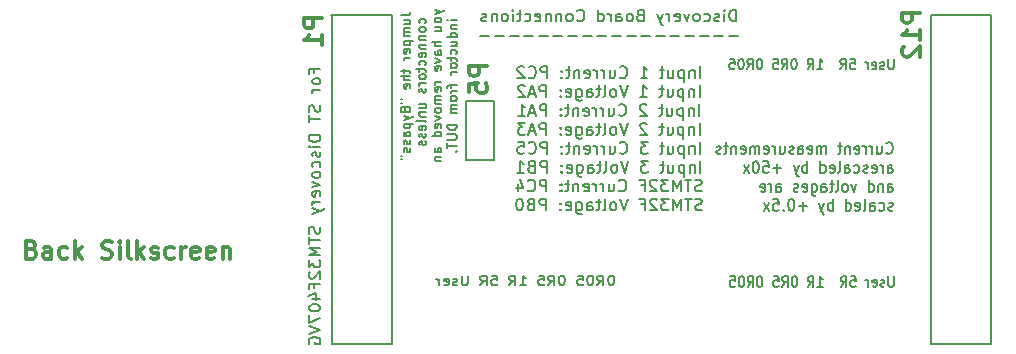
<source format=gbo>
G04 (created by PCBNEW (2013-07-07 BZR 4022)-stable) date 18/12/2013 15:58:04*
%MOIN*%
G04 Gerber Fmt 3.4, Leading zero omitted, Abs format*
%FSLAX34Y34*%
G01*
G70*
G90*
G04 APERTURE LIST*
%ADD10C,0.00590551*%
%ADD11C,0.00787402*%
%ADD12C,0.011811*%
%ADD13R,0.0612992X0.0612992*%
%ADD14C,0.0612992*%
%ADD15R,0.0662992X0.0662992*%
%ADD16C,0.0662992*%
%ADD17C,0.0712992*%
G04 APERTURE END LIST*
G54D10*
G54D11*
X40678Y-33400D02*
X40903Y-33400D01*
X40948Y-33385D01*
X40978Y-33355D01*
X40993Y-33310D01*
X40993Y-33280D01*
X40783Y-33685D02*
X40993Y-33685D01*
X40783Y-33550D02*
X40948Y-33550D01*
X40978Y-33565D01*
X40993Y-33595D01*
X40993Y-33640D01*
X40978Y-33670D01*
X40963Y-33685D01*
X40993Y-33835D02*
X40783Y-33835D01*
X40813Y-33835D02*
X40798Y-33850D01*
X40783Y-33880D01*
X40783Y-33925D01*
X40798Y-33955D01*
X40828Y-33970D01*
X40993Y-33970D01*
X40828Y-33970D02*
X40798Y-33985D01*
X40783Y-34015D01*
X40783Y-34060D01*
X40798Y-34090D01*
X40828Y-34105D01*
X40993Y-34105D01*
X40783Y-34255D02*
X41098Y-34255D01*
X40798Y-34255D02*
X40783Y-34285D01*
X40783Y-34345D01*
X40798Y-34375D01*
X40813Y-34390D01*
X40843Y-34405D01*
X40933Y-34405D01*
X40963Y-34390D01*
X40978Y-34375D01*
X40993Y-34345D01*
X40993Y-34285D01*
X40978Y-34255D01*
X40978Y-34660D02*
X40993Y-34630D01*
X40993Y-34570D01*
X40978Y-34540D01*
X40948Y-34525D01*
X40828Y-34525D01*
X40798Y-34540D01*
X40783Y-34570D01*
X40783Y-34630D01*
X40798Y-34660D01*
X40828Y-34675D01*
X40858Y-34675D01*
X40888Y-34525D01*
X40993Y-34810D02*
X40783Y-34810D01*
X40843Y-34810D02*
X40813Y-34825D01*
X40798Y-34840D01*
X40783Y-34870D01*
X40783Y-34900D01*
X40783Y-35200D02*
X40783Y-35320D01*
X40678Y-35245D02*
X40948Y-35245D01*
X40978Y-35260D01*
X40993Y-35290D01*
X40993Y-35320D01*
X40993Y-35425D02*
X40678Y-35425D01*
X40993Y-35560D02*
X40828Y-35560D01*
X40798Y-35545D01*
X40783Y-35515D01*
X40783Y-35470D01*
X40798Y-35440D01*
X40813Y-35425D01*
X40978Y-35830D02*
X40993Y-35800D01*
X40993Y-35740D01*
X40978Y-35710D01*
X40948Y-35695D01*
X40828Y-35695D01*
X40798Y-35710D01*
X40783Y-35740D01*
X40783Y-35800D01*
X40798Y-35830D01*
X40828Y-35845D01*
X40858Y-35845D01*
X40888Y-35695D01*
X40678Y-36205D02*
X40738Y-36205D01*
X40678Y-36325D02*
X40738Y-36325D01*
X40828Y-36565D02*
X40843Y-36610D01*
X40858Y-36625D01*
X40888Y-36640D01*
X40933Y-36640D01*
X40963Y-36625D01*
X40978Y-36610D01*
X40993Y-36580D01*
X40993Y-36460D01*
X40678Y-36460D01*
X40678Y-36565D01*
X40693Y-36595D01*
X40708Y-36610D01*
X40738Y-36625D01*
X40768Y-36625D01*
X40798Y-36610D01*
X40813Y-36595D01*
X40828Y-36565D01*
X40828Y-36460D01*
X40783Y-36745D02*
X40993Y-36820D01*
X40783Y-36895D02*
X40993Y-36820D01*
X41068Y-36790D01*
X41083Y-36775D01*
X41098Y-36745D01*
X40783Y-37015D02*
X41098Y-37015D01*
X40798Y-37015D02*
X40783Y-37045D01*
X40783Y-37105D01*
X40798Y-37135D01*
X40813Y-37150D01*
X40843Y-37165D01*
X40933Y-37165D01*
X40963Y-37150D01*
X40978Y-37135D01*
X40993Y-37105D01*
X40993Y-37045D01*
X40978Y-37015D01*
X40993Y-37435D02*
X40828Y-37435D01*
X40798Y-37420D01*
X40783Y-37390D01*
X40783Y-37330D01*
X40798Y-37300D01*
X40978Y-37435D02*
X40993Y-37405D01*
X40993Y-37330D01*
X40978Y-37300D01*
X40948Y-37285D01*
X40918Y-37285D01*
X40888Y-37300D01*
X40873Y-37330D01*
X40873Y-37405D01*
X40858Y-37435D01*
X40978Y-37570D02*
X40993Y-37600D01*
X40993Y-37660D01*
X40978Y-37690D01*
X40948Y-37705D01*
X40933Y-37705D01*
X40903Y-37690D01*
X40888Y-37660D01*
X40888Y-37615D01*
X40873Y-37585D01*
X40843Y-37570D01*
X40828Y-37570D01*
X40798Y-37585D01*
X40783Y-37615D01*
X40783Y-37660D01*
X40798Y-37690D01*
X40978Y-37825D02*
X40993Y-37855D01*
X40993Y-37915D01*
X40978Y-37945D01*
X40948Y-37960D01*
X40933Y-37960D01*
X40903Y-37945D01*
X40888Y-37915D01*
X40888Y-37870D01*
X40873Y-37840D01*
X40843Y-37825D01*
X40828Y-37825D01*
X40798Y-37840D01*
X40783Y-37870D01*
X40783Y-37915D01*
X40798Y-37945D01*
X40678Y-38080D02*
X40738Y-38080D01*
X40678Y-38200D02*
X40738Y-38200D01*
X41498Y-33670D02*
X41513Y-33640D01*
X41513Y-33580D01*
X41498Y-33550D01*
X41483Y-33535D01*
X41453Y-33520D01*
X41363Y-33520D01*
X41333Y-33535D01*
X41318Y-33550D01*
X41303Y-33580D01*
X41303Y-33640D01*
X41318Y-33670D01*
X41513Y-33850D02*
X41498Y-33820D01*
X41483Y-33805D01*
X41453Y-33790D01*
X41363Y-33790D01*
X41333Y-33805D01*
X41318Y-33820D01*
X41303Y-33850D01*
X41303Y-33895D01*
X41318Y-33925D01*
X41333Y-33940D01*
X41363Y-33955D01*
X41453Y-33955D01*
X41483Y-33940D01*
X41498Y-33925D01*
X41513Y-33895D01*
X41513Y-33850D01*
X41303Y-34090D02*
X41513Y-34090D01*
X41333Y-34090D02*
X41318Y-34105D01*
X41303Y-34135D01*
X41303Y-34180D01*
X41318Y-34210D01*
X41348Y-34225D01*
X41513Y-34225D01*
X41303Y-34375D02*
X41513Y-34375D01*
X41333Y-34375D02*
X41318Y-34390D01*
X41303Y-34420D01*
X41303Y-34465D01*
X41318Y-34495D01*
X41348Y-34510D01*
X41513Y-34510D01*
X41498Y-34780D02*
X41513Y-34750D01*
X41513Y-34690D01*
X41498Y-34660D01*
X41468Y-34645D01*
X41348Y-34645D01*
X41318Y-34660D01*
X41303Y-34690D01*
X41303Y-34750D01*
X41318Y-34780D01*
X41348Y-34795D01*
X41378Y-34795D01*
X41408Y-34645D01*
X41498Y-35065D02*
X41513Y-35035D01*
X41513Y-34975D01*
X41498Y-34945D01*
X41483Y-34930D01*
X41453Y-34915D01*
X41363Y-34915D01*
X41333Y-34930D01*
X41318Y-34945D01*
X41303Y-34975D01*
X41303Y-35035D01*
X41318Y-35065D01*
X41303Y-35155D02*
X41303Y-35275D01*
X41198Y-35200D02*
X41468Y-35200D01*
X41498Y-35215D01*
X41513Y-35245D01*
X41513Y-35275D01*
X41513Y-35425D02*
X41498Y-35395D01*
X41483Y-35380D01*
X41453Y-35365D01*
X41363Y-35365D01*
X41333Y-35380D01*
X41318Y-35395D01*
X41303Y-35425D01*
X41303Y-35470D01*
X41318Y-35500D01*
X41333Y-35515D01*
X41363Y-35530D01*
X41453Y-35530D01*
X41483Y-35515D01*
X41498Y-35500D01*
X41513Y-35470D01*
X41513Y-35425D01*
X41513Y-35665D02*
X41303Y-35665D01*
X41363Y-35665D02*
X41333Y-35680D01*
X41318Y-35695D01*
X41303Y-35725D01*
X41303Y-35755D01*
X41498Y-35845D02*
X41513Y-35875D01*
X41513Y-35935D01*
X41498Y-35965D01*
X41468Y-35980D01*
X41453Y-35980D01*
X41423Y-35965D01*
X41408Y-35935D01*
X41408Y-35890D01*
X41393Y-35860D01*
X41363Y-35845D01*
X41348Y-35845D01*
X41318Y-35860D01*
X41303Y-35890D01*
X41303Y-35935D01*
X41318Y-35965D01*
X41303Y-36490D02*
X41513Y-36490D01*
X41303Y-36355D02*
X41468Y-36355D01*
X41498Y-36370D01*
X41513Y-36400D01*
X41513Y-36445D01*
X41498Y-36475D01*
X41483Y-36490D01*
X41303Y-36640D02*
X41513Y-36640D01*
X41333Y-36640D02*
X41318Y-36655D01*
X41303Y-36685D01*
X41303Y-36730D01*
X41318Y-36760D01*
X41348Y-36775D01*
X41513Y-36775D01*
X41513Y-36970D02*
X41498Y-36940D01*
X41468Y-36925D01*
X41198Y-36925D01*
X41498Y-37210D02*
X41513Y-37180D01*
X41513Y-37120D01*
X41498Y-37090D01*
X41468Y-37075D01*
X41348Y-37075D01*
X41318Y-37090D01*
X41303Y-37120D01*
X41303Y-37180D01*
X41318Y-37210D01*
X41348Y-37225D01*
X41378Y-37225D01*
X41408Y-37075D01*
X41498Y-37345D02*
X41513Y-37375D01*
X41513Y-37435D01*
X41498Y-37465D01*
X41468Y-37480D01*
X41453Y-37480D01*
X41423Y-37465D01*
X41408Y-37435D01*
X41408Y-37390D01*
X41393Y-37360D01*
X41363Y-37345D01*
X41348Y-37345D01*
X41318Y-37360D01*
X41303Y-37390D01*
X41303Y-37435D01*
X41318Y-37465D01*
X41498Y-37600D02*
X41513Y-37630D01*
X41513Y-37690D01*
X41498Y-37720D01*
X41468Y-37735D01*
X41453Y-37735D01*
X41423Y-37720D01*
X41408Y-37690D01*
X41408Y-37645D01*
X41393Y-37615D01*
X41363Y-37600D01*
X41348Y-37600D01*
X41318Y-37615D01*
X41303Y-37645D01*
X41303Y-37690D01*
X41318Y-37720D01*
X41823Y-33220D02*
X42032Y-33295D01*
X41823Y-33370D02*
X42032Y-33295D01*
X42107Y-33265D01*
X42122Y-33250D01*
X42137Y-33220D01*
X42032Y-33535D02*
X42017Y-33505D01*
X42002Y-33490D01*
X41973Y-33475D01*
X41883Y-33475D01*
X41853Y-33490D01*
X41838Y-33505D01*
X41823Y-33535D01*
X41823Y-33580D01*
X41838Y-33610D01*
X41853Y-33625D01*
X41883Y-33640D01*
X41973Y-33640D01*
X42002Y-33625D01*
X42017Y-33610D01*
X42032Y-33580D01*
X42032Y-33535D01*
X41823Y-33910D02*
X42032Y-33910D01*
X41823Y-33775D02*
X41988Y-33775D01*
X42017Y-33790D01*
X42032Y-33820D01*
X42032Y-33865D01*
X42017Y-33895D01*
X42002Y-33910D01*
X42032Y-34300D02*
X41718Y-34300D01*
X42032Y-34435D02*
X41868Y-34435D01*
X41838Y-34420D01*
X41823Y-34390D01*
X41823Y-34345D01*
X41838Y-34315D01*
X41853Y-34300D01*
X42032Y-34720D02*
X41868Y-34720D01*
X41838Y-34705D01*
X41823Y-34675D01*
X41823Y-34615D01*
X41838Y-34585D01*
X42017Y-34720D02*
X42032Y-34690D01*
X42032Y-34615D01*
X42017Y-34585D01*
X41988Y-34570D01*
X41958Y-34570D01*
X41928Y-34585D01*
X41913Y-34615D01*
X41913Y-34690D01*
X41898Y-34720D01*
X41823Y-34840D02*
X42032Y-34915D01*
X41823Y-34990D01*
X42017Y-35230D02*
X42032Y-35200D01*
X42032Y-35140D01*
X42017Y-35110D01*
X41988Y-35095D01*
X41868Y-35095D01*
X41838Y-35110D01*
X41823Y-35140D01*
X41823Y-35200D01*
X41838Y-35230D01*
X41868Y-35245D01*
X41898Y-35245D01*
X41928Y-35095D01*
X42032Y-35620D02*
X41823Y-35620D01*
X41883Y-35620D02*
X41853Y-35635D01*
X41838Y-35650D01*
X41823Y-35680D01*
X41823Y-35710D01*
X42017Y-35935D02*
X42032Y-35905D01*
X42032Y-35845D01*
X42017Y-35815D01*
X41988Y-35800D01*
X41868Y-35800D01*
X41838Y-35815D01*
X41823Y-35845D01*
X41823Y-35905D01*
X41838Y-35935D01*
X41868Y-35950D01*
X41898Y-35950D01*
X41928Y-35800D01*
X42032Y-36085D02*
X41823Y-36085D01*
X41853Y-36085D02*
X41838Y-36100D01*
X41823Y-36130D01*
X41823Y-36175D01*
X41838Y-36205D01*
X41868Y-36220D01*
X42032Y-36220D01*
X41868Y-36220D02*
X41838Y-36235D01*
X41823Y-36265D01*
X41823Y-36310D01*
X41838Y-36340D01*
X41868Y-36355D01*
X42032Y-36355D01*
X42032Y-36550D02*
X42017Y-36520D01*
X42002Y-36505D01*
X41973Y-36490D01*
X41883Y-36490D01*
X41853Y-36505D01*
X41838Y-36520D01*
X41823Y-36550D01*
X41823Y-36595D01*
X41838Y-36625D01*
X41853Y-36640D01*
X41883Y-36655D01*
X41973Y-36655D01*
X42002Y-36640D01*
X42017Y-36625D01*
X42032Y-36595D01*
X42032Y-36550D01*
X41823Y-36760D02*
X42032Y-36835D01*
X41823Y-36910D01*
X42017Y-37150D02*
X42032Y-37120D01*
X42032Y-37060D01*
X42017Y-37030D01*
X41988Y-37015D01*
X41868Y-37015D01*
X41838Y-37030D01*
X41823Y-37060D01*
X41823Y-37120D01*
X41838Y-37150D01*
X41868Y-37165D01*
X41898Y-37165D01*
X41928Y-37015D01*
X42032Y-37435D02*
X41718Y-37435D01*
X42017Y-37435D02*
X42032Y-37405D01*
X42032Y-37345D01*
X42017Y-37315D01*
X42002Y-37300D01*
X41973Y-37285D01*
X41883Y-37285D01*
X41853Y-37300D01*
X41838Y-37315D01*
X41823Y-37345D01*
X41823Y-37405D01*
X41838Y-37435D01*
X42032Y-37960D02*
X41868Y-37960D01*
X41838Y-37945D01*
X41823Y-37915D01*
X41823Y-37855D01*
X41838Y-37825D01*
X42017Y-37960D02*
X42032Y-37930D01*
X42032Y-37855D01*
X42017Y-37825D01*
X41988Y-37810D01*
X41958Y-37810D01*
X41928Y-37825D01*
X41913Y-37855D01*
X41913Y-37930D01*
X41898Y-37960D01*
X41823Y-38110D02*
X42032Y-38110D01*
X41853Y-38110D02*
X41838Y-38125D01*
X41823Y-38155D01*
X41823Y-38200D01*
X41838Y-38230D01*
X41868Y-38245D01*
X42032Y-38245D01*
X42552Y-33558D02*
X42342Y-33558D01*
X42237Y-33558D02*
X42252Y-33543D01*
X42267Y-33558D01*
X42252Y-33573D01*
X42237Y-33558D01*
X42267Y-33558D01*
X42342Y-33708D02*
X42552Y-33708D01*
X42372Y-33708D02*
X42357Y-33723D01*
X42342Y-33753D01*
X42342Y-33798D01*
X42357Y-33828D01*
X42387Y-33843D01*
X42552Y-33843D01*
X42552Y-34128D02*
X42237Y-34128D01*
X42537Y-34128D02*
X42552Y-34098D01*
X42552Y-34038D01*
X42537Y-34008D01*
X42522Y-33993D01*
X42492Y-33978D01*
X42402Y-33978D01*
X42372Y-33993D01*
X42357Y-34008D01*
X42342Y-34038D01*
X42342Y-34098D01*
X42357Y-34128D01*
X42342Y-34413D02*
X42552Y-34413D01*
X42342Y-34278D02*
X42507Y-34278D01*
X42537Y-34293D01*
X42552Y-34323D01*
X42552Y-34368D01*
X42537Y-34398D01*
X42522Y-34413D01*
X42537Y-34698D02*
X42552Y-34668D01*
X42552Y-34608D01*
X42537Y-34578D01*
X42522Y-34563D01*
X42492Y-34548D01*
X42402Y-34548D01*
X42372Y-34563D01*
X42357Y-34578D01*
X42342Y-34608D01*
X42342Y-34668D01*
X42357Y-34698D01*
X42342Y-34788D02*
X42342Y-34908D01*
X42237Y-34833D02*
X42507Y-34833D01*
X42537Y-34848D01*
X42552Y-34878D01*
X42552Y-34908D01*
X42552Y-35058D02*
X42537Y-35028D01*
X42522Y-35013D01*
X42492Y-34998D01*
X42402Y-34998D01*
X42372Y-35013D01*
X42357Y-35028D01*
X42342Y-35058D01*
X42342Y-35103D01*
X42357Y-35133D01*
X42372Y-35148D01*
X42402Y-35163D01*
X42492Y-35163D01*
X42522Y-35148D01*
X42537Y-35133D01*
X42552Y-35103D01*
X42552Y-35058D01*
X42552Y-35298D02*
X42342Y-35298D01*
X42402Y-35298D02*
X42372Y-35313D01*
X42357Y-35328D01*
X42342Y-35358D01*
X42342Y-35388D01*
X42342Y-35688D02*
X42342Y-35808D01*
X42552Y-35733D02*
X42282Y-35733D01*
X42252Y-35748D01*
X42237Y-35778D01*
X42237Y-35808D01*
X42552Y-35913D02*
X42342Y-35913D01*
X42402Y-35913D02*
X42372Y-35928D01*
X42357Y-35943D01*
X42342Y-35973D01*
X42342Y-36003D01*
X42552Y-36152D02*
X42537Y-36122D01*
X42522Y-36107D01*
X42492Y-36092D01*
X42402Y-36092D01*
X42372Y-36107D01*
X42357Y-36122D01*
X42342Y-36152D01*
X42342Y-36197D01*
X42357Y-36227D01*
X42372Y-36242D01*
X42402Y-36257D01*
X42492Y-36257D01*
X42522Y-36242D01*
X42537Y-36227D01*
X42552Y-36197D01*
X42552Y-36152D01*
X42552Y-36392D02*
X42342Y-36392D01*
X42372Y-36392D02*
X42357Y-36407D01*
X42342Y-36437D01*
X42342Y-36482D01*
X42357Y-36512D01*
X42387Y-36527D01*
X42552Y-36527D01*
X42387Y-36527D02*
X42357Y-36542D01*
X42342Y-36572D01*
X42342Y-36617D01*
X42357Y-36647D01*
X42387Y-36662D01*
X42552Y-36662D01*
X42552Y-37052D02*
X42237Y-37052D01*
X42237Y-37127D01*
X42252Y-37172D01*
X42282Y-37202D01*
X42312Y-37217D01*
X42372Y-37232D01*
X42417Y-37232D01*
X42477Y-37217D01*
X42507Y-37202D01*
X42537Y-37172D01*
X42552Y-37127D01*
X42552Y-37052D01*
X42237Y-37367D02*
X42492Y-37367D01*
X42522Y-37382D01*
X42537Y-37397D01*
X42552Y-37427D01*
X42552Y-37487D01*
X42537Y-37517D01*
X42522Y-37532D01*
X42492Y-37547D01*
X42237Y-37547D01*
X42237Y-37652D02*
X42237Y-37832D01*
X42552Y-37742D02*
X42237Y-37742D01*
X42522Y-37937D02*
X42537Y-37952D01*
X42552Y-37937D01*
X42537Y-37922D01*
X42522Y-37937D01*
X42552Y-37937D01*
X42854Y-36279D02*
X42854Y-38228D01*
X43779Y-36259D02*
X42854Y-36259D01*
X43779Y-38228D02*
X43779Y-36259D01*
X42854Y-38228D02*
X43779Y-38228D01*
G54D12*
X43565Y-35095D02*
X42975Y-35095D01*
X42975Y-35320D01*
X43003Y-35376D01*
X43031Y-35404D01*
X43087Y-35433D01*
X43172Y-35433D01*
X43228Y-35404D01*
X43256Y-35376D01*
X43284Y-35320D01*
X43284Y-35095D01*
X42975Y-35967D02*
X42975Y-35686D01*
X43256Y-35658D01*
X43228Y-35686D01*
X43200Y-35742D01*
X43200Y-35883D01*
X43228Y-35939D01*
X43256Y-35967D01*
X43312Y-35995D01*
X43453Y-35995D01*
X43509Y-35967D01*
X43537Y-35939D01*
X43565Y-35883D01*
X43565Y-35742D01*
X43537Y-35686D01*
X43509Y-35658D01*
G54D11*
X47710Y-42076D02*
X47677Y-42076D01*
X47643Y-42091D01*
X47626Y-42106D01*
X47609Y-42136D01*
X47592Y-42196D01*
X47592Y-42271D01*
X47609Y-42331D01*
X47626Y-42361D01*
X47643Y-42376D01*
X47677Y-42391D01*
X47710Y-42391D01*
X47744Y-42376D01*
X47761Y-42361D01*
X47778Y-42331D01*
X47795Y-42271D01*
X47795Y-42196D01*
X47778Y-42136D01*
X47761Y-42106D01*
X47744Y-42091D01*
X47710Y-42076D01*
X47238Y-42391D02*
X47356Y-42241D01*
X47440Y-42391D02*
X47440Y-42076D01*
X47305Y-42076D01*
X47272Y-42091D01*
X47255Y-42106D01*
X47238Y-42136D01*
X47238Y-42181D01*
X47255Y-42211D01*
X47272Y-42226D01*
X47305Y-42241D01*
X47440Y-42241D01*
X47019Y-42076D02*
X46985Y-42076D01*
X46951Y-42091D01*
X46934Y-42106D01*
X46917Y-42136D01*
X46901Y-42196D01*
X46901Y-42271D01*
X46917Y-42331D01*
X46934Y-42361D01*
X46951Y-42376D01*
X46985Y-42391D01*
X47019Y-42391D01*
X47052Y-42376D01*
X47069Y-42361D01*
X47086Y-42331D01*
X47103Y-42271D01*
X47103Y-42196D01*
X47086Y-42136D01*
X47069Y-42106D01*
X47052Y-42091D01*
X47019Y-42076D01*
X46580Y-42076D02*
X46749Y-42076D01*
X46766Y-42226D01*
X46749Y-42211D01*
X46715Y-42196D01*
X46631Y-42196D01*
X46597Y-42211D01*
X46580Y-42226D01*
X46563Y-42256D01*
X46563Y-42331D01*
X46580Y-42361D01*
X46597Y-42376D01*
X46631Y-42391D01*
X46715Y-42391D01*
X46749Y-42376D01*
X46766Y-42361D01*
X46074Y-42076D02*
X46040Y-42076D01*
X46006Y-42091D01*
X45989Y-42106D01*
X45973Y-42136D01*
X45956Y-42196D01*
X45956Y-42271D01*
X45973Y-42331D01*
X45989Y-42361D01*
X46006Y-42376D01*
X46040Y-42391D01*
X46074Y-42391D01*
X46107Y-42376D01*
X46124Y-42361D01*
X46141Y-42331D01*
X46158Y-42271D01*
X46158Y-42196D01*
X46141Y-42136D01*
X46124Y-42106D01*
X46107Y-42091D01*
X46074Y-42076D01*
X45601Y-42391D02*
X45719Y-42241D01*
X45804Y-42391D02*
X45804Y-42076D01*
X45669Y-42076D01*
X45635Y-42091D01*
X45618Y-42106D01*
X45601Y-42136D01*
X45601Y-42181D01*
X45618Y-42211D01*
X45635Y-42226D01*
X45669Y-42241D01*
X45804Y-42241D01*
X45281Y-42076D02*
X45449Y-42076D01*
X45466Y-42226D01*
X45449Y-42211D01*
X45416Y-42196D01*
X45331Y-42196D01*
X45298Y-42211D01*
X45281Y-42226D01*
X45264Y-42256D01*
X45264Y-42331D01*
X45281Y-42361D01*
X45298Y-42376D01*
X45331Y-42391D01*
X45416Y-42391D01*
X45449Y-42376D01*
X45466Y-42361D01*
X44656Y-42391D02*
X44859Y-42391D01*
X44758Y-42391D02*
X44758Y-42076D01*
X44791Y-42121D01*
X44825Y-42151D01*
X44859Y-42166D01*
X44302Y-42391D02*
X44420Y-42241D01*
X44505Y-42391D02*
X44505Y-42076D01*
X44370Y-42076D01*
X44336Y-42091D01*
X44319Y-42106D01*
X44302Y-42136D01*
X44302Y-42181D01*
X44319Y-42211D01*
X44336Y-42226D01*
X44370Y-42241D01*
X44505Y-42241D01*
X43712Y-42076D02*
X43880Y-42076D01*
X43897Y-42226D01*
X43880Y-42211D01*
X43847Y-42196D01*
X43762Y-42196D01*
X43728Y-42211D01*
X43712Y-42226D01*
X43695Y-42256D01*
X43695Y-42331D01*
X43712Y-42361D01*
X43728Y-42376D01*
X43762Y-42391D01*
X43847Y-42391D01*
X43880Y-42376D01*
X43897Y-42361D01*
X43340Y-42391D02*
X43458Y-42241D01*
X43543Y-42391D02*
X43543Y-42076D01*
X43408Y-42076D01*
X43374Y-42091D01*
X43357Y-42106D01*
X43340Y-42136D01*
X43340Y-42181D01*
X43357Y-42211D01*
X43374Y-42226D01*
X43408Y-42241D01*
X43543Y-42241D01*
X42919Y-42076D02*
X42919Y-42331D01*
X42902Y-42361D01*
X42885Y-42376D01*
X42851Y-42391D01*
X42784Y-42391D01*
X42750Y-42376D01*
X42733Y-42361D01*
X42716Y-42331D01*
X42716Y-42076D01*
X42564Y-42376D02*
X42530Y-42391D01*
X42463Y-42391D01*
X42429Y-42376D01*
X42412Y-42346D01*
X42412Y-42331D01*
X42429Y-42301D01*
X42463Y-42286D01*
X42514Y-42286D01*
X42547Y-42271D01*
X42564Y-42241D01*
X42564Y-42226D01*
X42547Y-42196D01*
X42514Y-42181D01*
X42463Y-42181D01*
X42429Y-42196D01*
X42125Y-42376D02*
X42159Y-42391D01*
X42227Y-42391D01*
X42260Y-42376D01*
X42277Y-42346D01*
X42277Y-42226D01*
X42260Y-42196D01*
X42227Y-42181D01*
X42159Y-42181D01*
X42125Y-42196D01*
X42109Y-42226D01*
X42109Y-42256D01*
X42277Y-42286D01*
X41957Y-42391D02*
X41957Y-42181D01*
X41957Y-42241D02*
X41940Y-42211D01*
X41923Y-42196D01*
X41889Y-42181D01*
X41856Y-42181D01*
X57109Y-34848D02*
X57109Y-35134D01*
X57094Y-35168D01*
X57079Y-35185D01*
X57049Y-35202D01*
X56989Y-35202D01*
X56959Y-35185D01*
X56944Y-35168D01*
X56929Y-35134D01*
X56929Y-34848D01*
X56794Y-35185D02*
X56764Y-35202D01*
X56704Y-35202D01*
X56674Y-35185D01*
X56659Y-35151D01*
X56659Y-35134D01*
X56674Y-35101D01*
X56704Y-35084D01*
X56749Y-35084D01*
X56779Y-35067D01*
X56794Y-35033D01*
X56794Y-35016D01*
X56779Y-34983D01*
X56749Y-34966D01*
X56704Y-34966D01*
X56674Y-34983D01*
X56404Y-35185D02*
X56434Y-35202D01*
X56494Y-35202D01*
X56524Y-35185D01*
X56539Y-35151D01*
X56539Y-35016D01*
X56524Y-34983D01*
X56494Y-34966D01*
X56434Y-34966D01*
X56404Y-34983D01*
X56389Y-35016D01*
X56389Y-35050D01*
X56539Y-35084D01*
X56254Y-35202D02*
X56254Y-34966D01*
X56254Y-35033D02*
X56239Y-35000D01*
X56224Y-34983D01*
X56194Y-34966D01*
X56164Y-34966D01*
X55669Y-34848D02*
X55819Y-34848D01*
X55834Y-35016D01*
X55819Y-35000D01*
X55789Y-34983D01*
X55714Y-34983D01*
X55684Y-35000D01*
X55669Y-35016D01*
X55654Y-35050D01*
X55654Y-35134D01*
X55669Y-35168D01*
X55684Y-35185D01*
X55714Y-35202D01*
X55789Y-35202D01*
X55819Y-35185D01*
X55834Y-35168D01*
X55339Y-35202D02*
X55444Y-35033D01*
X55519Y-35202D02*
X55519Y-34848D01*
X55399Y-34848D01*
X55369Y-34865D01*
X55354Y-34881D01*
X55339Y-34915D01*
X55339Y-34966D01*
X55354Y-35000D01*
X55369Y-35016D01*
X55399Y-35033D01*
X55519Y-35033D01*
X54559Y-35202D02*
X54739Y-35202D01*
X54649Y-35202D02*
X54649Y-34848D01*
X54679Y-34898D01*
X54709Y-34932D01*
X54739Y-34949D01*
X54244Y-35202D02*
X54349Y-35033D01*
X54424Y-35202D02*
X54424Y-34848D01*
X54304Y-34848D01*
X54274Y-34865D01*
X54259Y-34881D01*
X54244Y-34915D01*
X54244Y-34966D01*
X54259Y-35000D01*
X54274Y-35016D01*
X54304Y-35033D01*
X54424Y-35033D01*
X53809Y-34848D02*
X53779Y-34848D01*
X53750Y-34865D01*
X53735Y-34881D01*
X53720Y-34915D01*
X53705Y-34983D01*
X53705Y-35067D01*
X53720Y-35134D01*
X53735Y-35168D01*
X53750Y-35185D01*
X53779Y-35202D01*
X53809Y-35202D01*
X53839Y-35185D01*
X53854Y-35168D01*
X53869Y-35134D01*
X53884Y-35067D01*
X53884Y-34983D01*
X53869Y-34915D01*
X53854Y-34881D01*
X53839Y-34865D01*
X53809Y-34848D01*
X53390Y-35202D02*
X53495Y-35033D01*
X53570Y-35202D02*
X53570Y-34848D01*
X53450Y-34848D01*
X53420Y-34865D01*
X53405Y-34881D01*
X53390Y-34915D01*
X53390Y-34966D01*
X53405Y-35000D01*
X53420Y-35016D01*
X53450Y-35033D01*
X53570Y-35033D01*
X53105Y-34848D02*
X53255Y-34848D01*
X53270Y-35016D01*
X53255Y-35000D01*
X53225Y-34983D01*
X53150Y-34983D01*
X53120Y-35000D01*
X53105Y-35016D01*
X53090Y-35050D01*
X53090Y-35134D01*
X53105Y-35168D01*
X53120Y-35185D01*
X53150Y-35202D01*
X53225Y-35202D01*
X53255Y-35185D01*
X53270Y-35168D01*
X52655Y-34848D02*
X52625Y-34848D01*
X52595Y-34865D01*
X52580Y-34881D01*
X52565Y-34915D01*
X52550Y-34983D01*
X52550Y-35067D01*
X52565Y-35134D01*
X52580Y-35168D01*
X52595Y-35185D01*
X52625Y-35202D01*
X52655Y-35202D01*
X52685Y-35185D01*
X52700Y-35168D01*
X52715Y-35134D01*
X52730Y-35067D01*
X52730Y-34983D01*
X52715Y-34915D01*
X52700Y-34881D01*
X52685Y-34865D01*
X52655Y-34848D01*
X52235Y-35202D02*
X52340Y-35033D01*
X52415Y-35202D02*
X52415Y-34848D01*
X52295Y-34848D01*
X52265Y-34865D01*
X52250Y-34881D01*
X52235Y-34915D01*
X52235Y-34966D01*
X52250Y-35000D01*
X52265Y-35016D01*
X52295Y-35033D01*
X52415Y-35033D01*
X52040Y-34848D02*
X52010Y-34848D01*
X51980Y-34865D01*
X51965Y-34881D01*
X51950Y-34915D01*
X51935Y-34983D01*
X51935Y-35067D01*
X51950Y-35134D01*
X51965Y-35168D01*
X51980Y-35185D01*
X52010Y-35202D01*
X52040Y-35202D01*
X52070Y-35185D01*
X52085Y-35168D01*
X52100Y-35134D01*
X52115Y-35067D01*
X52115Y-34983D01*
X52100Y-34915D01*
X52085Y-34881D01*
X52070Y-34865D01*
X52040Y-34848D01*
X51650Y-34848D02*
X51800Y-34848D01*
X51815Y-35016D01*
X51800Y-35000D01*
X51770Y-34983D01*
X51695Y-34983D01*
X51665Y-35000D01*
X51650Y-35016D01*
X51635Y-35050D01*
X51635Y-35134D01*
X51650Y-35168D01*
X51665Y-35185D01*
X51695Y-35202D01*
X51770Y-35202D01*
X51800Y-35185D01*
X51815Y-35168D01*
X57119Y-42092D02*
X57119Y-42379D01*
X57104Y-42412D01*
X57089Y-42429D01*
X57059Y-42446D01*
X56999Y-42446D01*
X56969Y-42429D01*
X56954Y-42412D01*
X56939Y-42379D01*
X56939Y-42092D01*
X56804Y-42429D02*
X56774Y-42446D01*
X56714Y-42446D01*
X56684Y-42429D01*
X56669Y-42395D01*
X56669Y-42379D01*
X56684Y-42345D01*
X56714Y-42328D01*
X56759Y-42328D01*
X56789Y-42311D01*
X56804Y-42277D01*
X56804Y-42260D01*
X56789Y-42227D01*
X56759Y-42210D01*
X56714Y-42210D01*
X56684Y-42227D01*
X56414Y-42429D02*
X56444Y-42446D01*
X56504Y-42446D01*
X56534Y-42429D01*
X56549Y-42395D01*
X56549Y-42260D01*
X56534Y-42227D01*
X56504Y-42210D01*
X56444Y-42210D01*
X56414Y-42227D01*
X56399Y-42260D01*
X56399Y-42294D01*
X56549Y-42328D01*
X56264Y-42446D02*
X56264Y-42210D01*
X56264Y-42277D02*
X56249Y-42244D01*
X56234Y-42227D01*
X56204Y-42210D01*
X56174Y-42210D01*
X55679Y-42092D02*
X55829Y-42092D01*
X55844Y-42260D01*
X55829Y-42244D01*
X55799Y-42227D01*
X55724Y-42227D01*
X55694Y-42244D01*
X55679Y-42260D01*
X55664Y-42294D01*
X55664Y-42379D01*
X55679Y-42412D01*
X55694Y-42429D01*
X55724Y-42446D01*
X55799Y-42446D01*
X55829Y-42429D01*
X55844Y-42412D01*
X55349Y-42446D02*
X55454Y-42277D01*
X55529Y-42446D02*
X55529Y-42092D01*
X55409Y-42092D01*
X55379Y-42109D01*
X55364Y-42125D01*
X55349Y-42159D01*
X55349Y-42210D01*
X55364Y-42244D01*
X55379Y-42260D01*
X55409Y-42277D01*
X55529Y-42277D01*
X54569Y-42446D02*
X54749Y-42446D01*
X54659Y-42446D02*
X54659Y-42092D01*
X54689Y-42142D01*
X54719Y-42176D01*
X54749Y-42193D01*
X54254Y-42446D02*
X54359Y-42277D01*
X54434Y-42446D02*
X54434Y-42092D01*
X54314Y-42092D01*
X54284Y-42109D01*
X54269Y-42125D01*
X54254Y-42159D01*
X54254Y-42210D01*
X54269Y-42244D01*
X54284Y-42260D01*
X54314Y-42277D01*
X54434Y-42277D01*
X53819Y-42092D02*
X53789Y-42092D01*
X53759Y-42109D01*
X53744Y-42125D01*
X53729Y-42159D01*
X53714Y-42227D01*
X53714Y-42311D01*
X53729Y-42379D01*
X53744Y-42412D01*
X53759Y-42429D01*
X53789Y-42446D01*
X53819Y-42446D01*
X53849Y-42429D01*
X53864Y-42412D01*
X53879Y-42379D01*
X53894Y-42311D01*
X53894Y-42227D01*
X53879Y-42159D01*
X53864Y-42125D01*
X53849Y-42109D01*
X53819Y-42092D01*
X53399Y-42446D02*
X53504Y-42277D01*
X53579Y-42446D02*
X53579Y-42092D01*
X53459Y-42092D01*
X53429Y-42109D01*
X53414Y-42125D01*
X53399Y-42159D01*
X53399Y-42210D01*
X53414Y-42244D01*
X53429Y-42260D01*
X53459Y-42277D01*
X53579Y-42277D01*
X53114Y-42092D02*
X53264Y-42092D01*
X53279Y-42260D01*
X53264Y-42244D01*
X53234Y-42227D01*
X53159Y-42227D01*
X53129Y-42244D01*
X53114Y-42260D01*
X53099Y-42294D01*
X53099Y-42379D01*
X53114Y-42412D01*
X53129Y-42429D01*
X53159Y-42446D01*
X53234Y-42446D01*
X53264Y-42429D01*
X53279Y-42412D01*
X52664Y-42092D02*
X52634Y-42092D01*
X52604Y-42109D01*
X52589Y-42125D01*
X52574Y-42159D01*
X52559Y-42227D01*
X52559Y-42311D01*
X52574Y-42379D01*
X52589Y-42412D01*
X52604Y-42429D01*
X52634Y-42446D01*
X52664Y-42446D01*
X52694Y-42429D01*
X52709Y-42412D01*
X52724Y-42379D01*
X52739Y-42311D01*
X52739Y-42227D01*
X52724Y-42159D01*
X52709Y-42125D01*
X52694Y-42109D01*
X52664Y-42092D01*
X52245Y-42446D02*
X52350Y-42277D01*
X52425Y-42446D02*
X52425Y-42092D01*
X52305Y-42092D01*
X52275Y-42109D01*
X52260Y-42125D01*
X52245Y-42159D01*
X52245Y-42210D01*
X52260Y-42244D01*
X52275Y-42260D01*
X52305Y-42277D01*
X52425Y-42277D01*
X52050Y-42092D02*
X52020Y-42092D01*
X51990Y-42109D01*
X51975Y-42125D01*
X51960Y-42159D01*
X51945Y-42227D01*
X51945Y-42311D01*
X51960Y-42379D01*
X51975Y-42412D01*
X51990Y-42429D01*
X52020Y-42446D01*
X52050Y-42446D01*
X52080Y-42429D01*
X52095Y-42412D01*
X52110Y-42379D01*
X52125Y-42311D01*
X52125Y-42227D01*
X52110Y-42159D01*
X52095Y-42125D01*
X52080Y-42109D01*
X52050Y-42092D01*
X51660Y-42092D02*
X51810Y-42092D01*
X51825Y-42260D01*
X51810Y-42244D01*
X51780Y-42227D01*
X51705Y-42227D01*
X51675Y-42244D01*
X51660Y-42260D01*
X51645Y-42294D01*
X51645Y-42379D01*
X51660Y-42412D01*
X51675Y-42429D01*
X51705Y-42446D01*
X51780Y-42446D01*
X51810Y-42429D01*
X51825Y-42412D01*
X56868Y-37986D02*
X56885Y-38004D01*
X56936Y-38023D01*
X56969Y-38023D01*
X57020Y-38004D01*
X57054Y-37967D01*
X57071Y-37929D01*
X57088Y-37854D01*
X57088Y-37798D01*
X57071Y-37723D01*
X57054Y-37686D01*
X57020Y-37648D01*
X56969Y-37629D01*
X56936Y-37629D01*
X56885Y-37648D01*
X56868Y-37667D01*
X56564Y-37761D02*
X56564Y-38023D01*
X56716Y-37761D02*
X56716Y-37967D01*
X56699Y-38004D01*
X56666Y-38023D01*
X56615Y-38023D01*
X56581Y-38004D01*
X56564Y-37986D01*
X56396Y-38023D02*
X56396Y-37761D01*
X56396Y-37836D02*
X56379Y-37798D01*
X56362Y-37779D01*
X56328Y-37761D01*
X56294Y-37761D01*
X56176Y-38023D02*
X56176Y-37761D01*
X56176Y-37836D02*
X56160Y-37798D01*
X56143Y-37779D01*
X56109Y-37761D01*
X56075Y-37761D01*
X55822Y-38004D02*
X55856Y-38023D01*
X55923Y-38023D01*
X55957Y-38004D01*
X55974Y-37967D01*
X55974Y-37817D01*
X55957Y-37779D01*
X55923Y-37761D01*
X55856Y-37761D01*
X55822Y-37779D01*
X55805Y-37817D01*
X55805Y-37854D01*
X55974Y-37892D01*
X55653Y-37761D02*
X55653Y-38023D01*
X55653Y-37798D02*
X55636Y-37779D01*
X55603Y-37761D01*
X55552Y-37761D01*
X55518Y-37779D01*
X55501Y-37817D01*
X55501Y-38023D01*
X55383Y-37761D02*
X55248Y-37761D01*
X55333Y-37629D02*
X55333Y-37967D01*
X55316Y-38004D01*
X55282Y-38023D01*
X55248Y-38023D01*
X54860Y-38023D02*
X54860Y-37761D01*
X54860Y-37798D02*
X54843Y-37779D01*
X54810Y-37761D01*
X54759Y-37761D01*
X54725Y-37779D01*
X54708Y-37817D01*
X54708Y-38023D01*
X54708Y-37817D02*
X54692Y-37779D01*
X54658Y-37761D01*
X54607Y-37761D01*
X54573Y-37779D01*
X54557Y-37817D01*
X54557Y-38023D01*
X54253Y-38004D02*
X54287Y-38023D01*
X54354Y-38023D01*
X54388Y-38004D01*
X54405Y-37967D01*
X54405Y-37817D01*
X54388Y-37779D01*
X54354Y-37761D01*
X54287Y-37761D01*
X54253Y-37779D01*
X54236Y-37817D01*
X54236Y-37854D01*
X54405Y-37892D01*
X53932Y-38023D02*
X53932Y-37817D01*
X53949Y-37779D01*
X53983Y-37761D01*
X54050Y-37761D01*
X54084Y-37779D01*
X53932Y-38004D02*
X53966Y-38023D01*
X54050Y-38023D01*
X54084Y-38004D01*
X54101Y-37967D01*
X54101Y-37929D01*
X54084Y-37892D01*
X54050Y-37873D01*
X53966Y-37873D01*
X53932Y-37854D01*
X53780Y-38004D02*
X53747Y-38023D01*
X53679Y-38023D01*
X53645Y-38004D01*
X53629Y-37967D01*
X53629Y-37948D01*
X53645Y-37911D01*
X53679Y-37892D01*
X53730Y-37892D01*
X53764Y-37873D01*
X53780Y-37836D01*
X53780Y-37817D01*
X53764Y-37779D01*
X53730Y-37761D01*
X53679Y-37761D01*
X53645Y-37779D01*
X53325Y-37761D02*
X53325Y-38023D01*
X53477Y-37761D02*
X53477Y-37967D01*
X53460Y-38004D01*
X53426Y-38023D01*
X53375Y-38023D01*
X53342Y-38004D01*
X53325Y-37986D01*
X53156Y-38023D02*
X53156Y-37761D01*
X53156Y-37836D02*
X53139Y-37798D01*
X53122Y-37779D01*
X53089Y-37761D01*
X53055Y-37761D01*
X52802Y-38004D02*
X52836Y-38023D01*
X52903Y-38023D01*
X52937Y-38004D01*
X52954Y-37967D01*
X52954Y-37817D01*
X52937Y-37779D01*
X52903Y-37761D01*
X52836Y-37761D01*
X52802Y-37779D01*
X52785Y-37817D01*
X52785Y-37854D01*
X52954Y-37892D01*
X52633Y-38023D02*
X52633Y-37761D01*
X52633Y-37798D02*
X52616Y-37779D01*
X52582Y-37761D01*
X52532Y-37761D01*
X52498Y-37779D01*
X52481Y-37817D01*
X52481Y-38023D01*
X52481Y-37817D02*
X52464Y-37779D01*
X52431Y-37761D01*
X52380Y-37761D01*
X52346Y-37779D01*
X52329Y-37817D01*
X52329Y-38023D01*
X52026Y-38004D02*
X52059Y-38023D01*
X52127Y-38023D01*
X52161Y-38004D01*
X52178Y-37967D01*
X52178Y-37817D01*
X52161Y-37779D01*
X52127Y-37761D01*
X52059Y-37761D01*
X52026Y-37779D01*
X52009Y-37817D01*
X52009Y-37854D01*
X52178Y-37892D01*
X51857Y-37761D02*
X51857Y-38023D01*
X51857Y-37798D02*
X51840Y-37779D01*
X51806Y-37761D01*
X51756Y-37761D01*
X51722Y-37779D01*
X51705Y-37817D01*
X51705Y-38023D01*
X51587Y-37761D02*
X51452Y-37761D01*
X51536Y-37629D02*
X51536Y-37967D01*
X51519Y-38004D01*
X51486Y-38023D01*
X51452Y-38023D01*
X51351Y-38004D02*
X51317Y-38023D01*
X51249Y-38023D01*
X51216Y-38004D01*
X51199Y-37967D01*
X51199Y-37948D01*
X51216Y-37911D01*
X51249Y-37892D01*
X51300Y-37892D01*
X51334Y-37873D01*
X51351Y-37836D01*
X51351Y-37817D01*
X51334Y-37779D01*
X51300Y-37761D01*
X51249Y-37761D01*
X51216Y-37779D01*
X56919Y-38653D02*
X56919Y-38447D01*
X56936Y-38409D01*
X56969Y-38390D01*
X57037Y-38390D01*
X57071Y-38409D01*
X56919Y-38634D02*
X56953Y-38653D01*
X57037Y-38653D01*
X57071Y-38634D01*
X57088Y-38597D01*
X57088Y-38559D01*
X57071Y-38522D01*
X57037Y-38503D01*
X56953Y-38503D01*
X56919Y-38484D01*
X56750Y-38653D02*
X56750Y-38390D01*
X56750Y-38465D02*
X56733Y-38428D01*
X56716Y-38409D01*
X56683Y-38390D01*
X56649Y-38390D01*
X56396Y-38634D02*
X56429Y-38653D01*
X56497Y-38653D01*
X56531Y-38634D01*
X56548Y-38597D01*
X56548Y-38447D01*
X56531Y-38409D01*
X56497Y-38390D01*
X56429Y-38390D01*
X56396Y-38409D01*
X56379Y-38447D01*
X56379Y-38484D01*
X56548Y-38522D01*
X56244Y-38634D02*
X56210Y-38653D01*
X56143Y-38653D01*
X56109Y-38634D01*
X56092Y-38597D01*
X56092Y-38578D01*
X56109Y-38540D01*
X56143Y-38522D01*
X56193Y-38522D01*
X56227Y-38503D01*
X56244Y-38465D01*
X56244Y-38447D01*
X56227Y-38409D01*
X56193Y-38390D01*
X56143Y-38390D01*
X56109Y-38409D01*
X55788Y-38634D02*
X55822Y-38653D01*
X55890Y-38653D01*
X55923Y-38634D01*
X55940Y-38615D01*
X55957Y-38578D01*
X55957Y-38465D01*
X55940Y-38428D01*
X55923Y-38409D01*
X55890Y-38390D01*
X55822Y-38390D01*
X55788Y-38409D01*
X55485Y-38653D02*
X55485Y-38447D01*
X55501Y-38409D01*
X55535Y-38390D01*
X55603Y-38390D01*
X55636Y-38409D01*
X55485Y-38634D02*
X55518Y-38653D01*
X55603Y-38653D01*
X55636Y-38634D01*
X55653Y-38597D01*
X55653Y-38559D01*
X55636Y-38522D01*
X55603Y-38503D01*
X55518Y-38503D01*
X55485Y-38484D01*
X55265Y-38653D02*
X55299Y-38634D01*
X55316Y-38597D01*
X55316Y-38259D01*
X54995Y-38634D02*
X55029Y-38653D01*
X55097Y-38653D01*
X55130Y-38634D01*
X55147Y-38597D01*
X55147Y-38447D01*
X55130Y-38409D01*
X55097Y-38390D01*
X55029Y-38390D01*
X54995Y-38409D01*
X54978Y-38447D01*
X54978Y-38484D01*
X55147Y-38522D01*
X54675Y-38653D02*
X54675Y-38259D01*
X54675Y-38634D02*
X54708Y-38653D01*
X54776Y-38653D01*
X54810Y-38634D01*
X54827Y-38615D01*
X54843Y-38578D01*
X54843Y-38465D01*
X54827Y-38428D01*
X54810Y-38409D01*
X54776Y-38390D01*
X54708Y-38390D01*
X54675Y-38409D01*
X54236Y-38653D02*
X54236Y-38259D01*
X54236Y-38409D02*
X54202Y-38390D01*
X54135Y-38390D01*
X54101Y-38409D01*
X54084Y-38428D01*
X54067Y-38465D01*
X54067Y-38578D01*
X54084Y-38615D01*
X54101Y-38634D01*
X54135Y-38653D01*
X54202Y-38653D01*
X54236Y-38634D01*
X53949Y-38390D02*
X53865Y-38653D01*
X53780Y-38390D02*
X53865Y-38653D01*
X53899Y-38747D01*
X53915Y-38765D01*
X53949Y-38784D01*
X53375Y-38503D02*
X53106Y-38503D01*
X53241Y-38653D02*
X53241Y-38353D01*
X52768Y-38259D02*
X52937Y-38259D01*
X52954Y-38447D01*
X52937Y-38428D01*
X52903Y-38409D01*
X52819Y-38409D01*
X52785Y-38428D01*
X52768Y-38447D01*
X52751Y-38484D01*
X52751Y-38578D01*
X52768Y-38615D01*
X52785Y-38634D01*
X52819Y-38653D01*
X52903Y-38653D01*
X52937Y-38634D01*
X52954Y-38615D01*
X52532Y-38259D02*
X52498Y-38259D01*
X52464Y-38278D01*
X52447Y-38297D01*
X52431Y-38334D01*
X52414Y-38409D01*
X52414Y-38503D01*
X52431Y-38578D01*
X52447Y-38615D01*
X52464Y-38634D01*
X52498Y-38653D01*
X52532Y-38653D01*
X52566Y-38634D01*
X52582Y-38615D01*
X52599Y-38578D01*
X52616Y-38503D01*
X52616Y-38409D01*
X52599Y-38334D01*
X52582Y-38297D01*
X52566Y-38278D01*
X52532Y-38259D01*
X52296Y-38653D02*
X52110Y-38390D01*
X52296Y-38390D02*
X52110Y-38653D01*
X56919Y-39283D02*
X56919Y-39077D01*
X56936Y-39039D01*
X56969Y-39020D01*
X57037Y-39020D01*
X57071Y-39039D01*
X56919Y-39264D02*
X56953Y-39283D01*
X57037Y-39283D01*
X57071Y-39264D01*
X57088Y-39227D01*
X57088Y-39189D01*
X57071Y-39152D01*
X57037Y-39133D01*
X56953Y-39133D01*
X56919Y-39114D01*
X56750Y-39020D02*
X56750Y-39283D01*
X56750Y-39058D02*
X56733Y-39039D01*
X56699Y-39020D01*
X56649Y-39020D01*
X56615Y-39039D01*
X56598Y-39077D01*
X56598Y-39283D01*
X56278Y-39283D02*
X56278Y-38889D01*
X56278Y-39264D02*
X56311Y-39283D01*
X56379Y-39283D01*
X56413Y-39264D01*
X56429Y-39245D01*
X56446Y-39208D01*
X56446Y-39095D01*
X56429Y-39058D01*
X56413Y-39039D01*
X56379Y-39020D01*
X56311Y-39020D01*
X56278Y-39039D01*
X55873Y-39020D02*
X55788Y-39283D01*
X55704Y-39020D01*
X55518Y-39283D02*
X55552Y-39264D01*
X55569Y-39245D01*
X55586Y-39208D01*
X55586Y-39095D01*
X55569Y-39058D01*
X55552Y-39039D01*
X55518Y-39020D01*
X55468Y-39020D01*
X55434Y-39039D01*
X55417Y-39058D01*
X55400Y-39095D01*
X55400Y-39208D01*
X55417Y-39245D01*
X55434Y-39264D01*
X55468Y-39283D01*
X55518Y-39283D01*
X55198Y-39283D02*
X55232Y-39264D01*
X55248Y-39227D01*
X55248Y-38889D01*
X55113Y-39020D02*
X54978Y-39020D01*
X55063Y-38889D02*
X55063Y-39227D01*
X55046Y-39264D01*
X55012Y-39283D01*
X54978Y-39283D01*
X54708Y-39283D02*
X54708Y-39077D01*
X54725Y-39039D01*
X54759Y-39020D01*
X54827Y-39020D01*
X54860Y-39039D01*
X54708Y-39264D02*
X54742Y-39283D01*
X54827Y-39283D01*
X54860Y-39264D01*
X54877Y-39227D01*
X54877Y-39189D01*
X54860Y-39152D01*
X54827Y-39133D01*
X54742Y-39133D01*
X54708Y-39114D01*
X54388Y-39020D02*
X54388Y-39339D01*
X54405Y-39377D01*
X54422Y-39395D01*
X54455Y-39414D01*
X54506Y-39414D01*
X54540Y-39395D01*
X54388Y-39264D02*
X54422Y-39283D01*
X54489Y-39283D01*
X54523Y-39264D01*
X54540Y-39245D01*
X54557Y-39208D01*
X54557Y-39095D01*
X54540Y-39058D01*
X54523Y-39039D01*
X54489Y-39020D01*
X54422Y-39020D01*
X54388Y-39039D01*
X54084Y-39264D02*
X54118Y-39283D01*
X54185Y-39283D01*
X54219Y-39264D01*
X54236Y-39227D01*
X54236Y-39077D01*
X54219Y-39039D01*
X54185Y-39020D01*
X54118Y-39020D01*
X54084Y-39039D01*
X54067Y-39077D01*
X54067Y-39114D01*
X54236Y-39152D01*
X53932Y-39264D02*
X53899Y-39283D01*
X53831Y-39283D01*
X53797Y-39264D01*
X53780Y-39227D01*
X53780Y-39208D01*
X53797Y-39170D01*
X53831Y-39152D01*
X53882Y-39152D01*
X53915Y-39133D01*
X53932Y-39095D01*
X53932Y-39077D01*
X53915Y-39039D01*
X53882Y-39020D01*
X53831Y-39020D01*
X53797Y-39039D01*
X53207Y-39283D02*
X53207Y-39077D01*
X53224Y-39039D01*
X53257Y-39020D01*
X53325Y-39020D01*
X53359Y-39039D01*
X53207Y-39264D02*
X53241Y-39283D01*
X53325Y-39283D01*
X53359Y-39264D01*
X53375Y-39227D01*
X53375Y-39189D01*
X53359Y-39152D01*
X53325Y-39133D01*
X53241Y-39133D01*
X53207Y-39114D01*
X53038Y-39283D02*
X53038Y-39020D01*
X53038Y-39095D02*
X53021Y-39058D01*
X53004Y-39039D01*
X52971Y-39020D01*
X52937Y-39020D01*
X52684Y-39264D02*
X52717Y-39283D01*
X52785Y-39283D01*
X52819Y-39264D01*
X52836Y-39227D01*
X52836Y-39077D01*
X52819Y-39039D01*
X52785Y-39020D01*
X52717Y-39020D01*
X52684Y-39039D01*
X52667Y-39077D01*
X52667Y-39114D01*
X52836Y-39152D01*
X57088Y-39894D02*
X57054Y-39913D01*
X56986Y-39913D01*
X56953Y-39894D01*
X56936Y-39857D01*
X56936Y-39838D01*
X56953Y-39800D01*
X56986Y-39782D01*
X57037Y-39782D01*
X57071Y-39763D01*
X57088Y-39725D01*
X57088Y-39707D01*
X57071Y-39669D01*
X57037Y-39650D01*
X56986Y-39650D01*
X56953Y-39669D01*
X56632Y-39894D02*
X56666Y-39913D01*
X56733Y-39913D01*
X56767Y-39894D01*
X56784Y-39875D01*
X56801Y-39838D01*
X56801Y-39725D01*
X56784Y-39688D01*
X56767Y-39669D01*
X56733Y-39650D01*
X56666Y-39650D01*
X56632Y-39669D01*
X56328Y-39913D02*
X56328Y-39707D01*
X56345Y-39669D01*
X56379Y-39650D01*
X56446Y-39650D01*
X56480Y-39669D01*
X56328Y-39894D02*
X56362Y-39913D01*
X56446Y-39913D01*
X56480Y-39894D01*
X56497Y-39857D01*
X56497Y-39819D01*
X56480Y-39782D01*
X56446Y-39763D01*
X56362Y-39763D01*
X56328Y-39744D01*
X56109Y-39913D02*
X56143Y-39894D01*
X56160Y-39857D01*
X56160Y-39519D01*
X55839Y-39894D02*
X55873Y-39913D01*
X55940Y-39913D01*
X55974Y-39894D01*
X55991Y-39857D01*
X55991Y-39707D01*
X55974Y-39669D01*
X55940Y-39650D01*
X55873Y-39650D01*
X55839Y-39669D01*
X55822Y-39707D01*
X55822Y-39744D01*
X55991Y-39782D01*
X55518Y-39913D02*
X55518Y-39519D01*
X55518Y-39894D02*
X55552Y-39913D01*
X55620Y-39913D01*
X55653Y-39894D01*
X55670Y-39875D01*
X55687Y-39838D01*
X55687Y-39725D01*
X55670Y-39688D01*
X55653Y-39669D01*
X55620Y-39650D01*
X55552Y-39650D01*
X55518Y-39669D01*
X55080Y-39913D02*
X55080Y-39519D01*
X55080Y-39669D02*
X55046Y-39650D01*
X54978Y-39650D01*
X54945Y-39669D01*
X54928Y-39688D01*
X54911Y-39725D01*
X54911Y-39838D01*
X54928Y-39875D01*
X54945Y-39894D01*
X54978Y-39913D01*
X55046Y-39913D01*
X55080Y-39894D01*
X54793Y-39650D02*
X54708Y-39913D01*
X54624Y-39650D02*
X54708Y-39913D01*
X54742Y-40007D01*
X54759Y-40025D01*
X54793Y-40044D01*
X54219Y-39763D02*
X53949Y-39763D01*
X54084Y-39913D02*
X54084Y-39613D01*
X53713Y-39519D02*
X53679Y-39519D01*
X53645Y-39538D01*
X53629Y-39557D01*
X53612Y-39594D01*
X53595Y-39669D01*
X53595Y-39763D01*
X53612Y-39838D01*
X53629Y-39875D01*
X53645Y-39894D01*
X53679Y-39913D01*
X53713Y-39913D01*
X53747Y-39894D01*
X53764Y-39875D01*
X53780Y-39838D01*
X53797Y-39763D01*
X53797Y-39669D01*
X53780Y-39594D01*
X53764Y-39557D01*
X53747Y-39538D01*
X53713Y-39519D01*
X53443Y-39875D02*
X53426Y-39894D01*
X53443Y-39913D01*
X53460Y-39894D01*
X53443Y-39875D01*
X53443Y-39913D01*
X53106Y-39519D02*
X53274Y-39519D01*
X53291Y-39707D01*
X53274Y-39688D01*
X53241Y-39669D01*
X53156Y-39669D01*
X53122Y-39688D01*
X53106Y-39707D01*
X53089Y-39744D01*
X53089Y-39838D01*
X53106Y-39875D01*
X53122Y-39894D01*
X53156Y-39913D01*
X53241Y-39913D01*
X53274Y-39894D01*
X53291Y-39875D01*
X52971Y-39913D02*
X52785Y-39650D01*
X52971Y-39650D02*
X52785Y-39913D01*
X51864Y-33604D02*
X51864Y-33210D01*
X51771Y-33210D01*
X51714Y-33229D01*
X51677Y-33266D01*
X51658Y-33304D01*
X51639Y-33379D01*
X51639Y-33435D01*
X51658Y-33510D01*
X51677Y-33547D01*
X51714Y-33585D01*
X51771Y-33604D01*
X51864Y-33604D01*
X51471Y-33604D02*
X51471Y-33341D01*
X51471Y-33210D02*
X51489Y-33229D01*
X51471Y-33248D01*
X51452Y-33229D01*
X51471Y-33210D01*
X51471Y-33248D01*
X51302Y-33585D02*
X51264Y-33604D01*
X51190Y-33604D01*
X51152Y-33585D01*
X51133Y-33547D01*
X51133Y-33529D01*
X51152Y-33491D01*
X51190Y-33473D01*
X51246Y-33473D01*
X51283Y-33454D01*
X51302Y-33416D01*
X51302Y-33398D01*
X51283Y-33360D01*
X51246Y-33341D01*
X51190Y-33341D01*
X51152Y-33360D01*
X50796Y-33585D02*
X50833Y-33604D01*
X50908Y-33604D01*
X50946Y-33585D01*
X50965Y-33566D01*
X50983Y-33529D01*
X50983Y-33416D01*
X50965Y-33379D01*
X50946Y-33360D01*
X50908Y-33341D01*
X50833Y-33341D01*
X50796Y-33360D01*
X50571Y-33604D02*
X50608Y-33585D01*
X50627Y-33566D01*
X50646Y-33529D01*
X50646Y-33416D01*
X50627Y-33379D01*
X50608Y-33360D01*
X50571Y-33341D01*
X50515Y-33341D01*
X50477Y-33360D01*
X50458Y-33379D01*
X50440Y-33416D01*
X50440Y-33529D01*
X50458Y-33566D01*
X50477Y-33585D01*
X50515Y-33604D01*
X50571Y-33604D01*
X50308Y-33341D02*
X50215Y-33604D01*
X50121Y-33341D01*
X49821Y-33585D02*
X49858Y-33604D01*
X49933Y-33604D01*
X49971Y-33585D01*
X49990Y-33547D01*
X49990Y-33398D01*
X49971Y-33360D01*
X49933Y-33341D01*
X49858Y-33341D01*
X49821Y-33360D01*
X49802Y-33398D01*
X49802Y-33435D01*
X49990Y-33473D01*
X49633Y-33604D02*
X49633Y-33341D01*
X49633Y-33416D02*
X49615Y-33379D01*
X49596Y-33360D01*
X49558Y-33341D01*
X49521Y-33341D01*
X49427Y-33341D02*
X49333Y-33604D01*
X49240Y-33341D02*
X49333Y-33604D01*
X49371Y-33697D01*
X49390Y-33716D01*
X49427Y-33735D01*
X48659Y-33398D02*
X48602Y-33416D01*
X48584Y-33435D01*
X48565Y-33473D01*
X48565Y-33529D01*
X48584Y-33566D01*
X48602Y-33585D01*
X48640Y-33604D01*
X48790Y-33604D01*
X48790Y-33210D01*
X48659Y-33210D01*
X48621Y-33229D01*
X48602Y-33248D01*
X48584Y-33285D01*
X48584Y-33323D01*
X48602Y-33360D01*
X48621Y-33379D01*
X48659Y-33398D01*
X48790Y-33398D01*
X48340Y-33604D02*
X48377Y-33585D01*
X48396Y-33566D01*
X48415Y-33529D01*
X48415Y-33416D01*
X48396Y-33379D01*
X48377Y-33360D01*
X48340Y-33341D01*
X48284Y-33341D01*
X48246Y-33360D01*
X48227Y-33379D01*
X48209Y-33416D01*
X48209Y-33529D01*
X48227Y-33566D01*
X48246Y-33585D01*
X48284Y-33604D01*
X48340Y-33604D01*
X47871Y-33604D02*
X47871Y-33398D01*
X47890Y-33360D01*
X47927Y-33341D01*
X48002Y-33341D01*
X48040Y-33360D01*
X47871Y-33585D02*
X47909Y-33604D01*
X48002Y-33604D01*
X48040Y-33585D01*
X48059Y-33547D01*
X48059Y-33510D01*
X48040Y-33473D01*
X48002Y-33454D01*
X47909Y-33454D01*
X47871Y-33435D01*
X47684Y-33604D02*
X47684Y-33341D01*
X47684Y-33416D02*
X47665Y-33379D01*
X47646Y-33360D01*
X47609Y-33341D01*
X47571Y-33341D01*
X47271Y-33604D02*
X47271Y-33210D01*
X47271Y-33585D02*
X47309Y-33604D01*
X47384Y-33604D01*
X47421Y-33585D01*
X47440Y-33566D01*
X47459Y-33529D01*
X47459Y-33416D01*
X47440Y-33379D01*
X47421Y-33360D01*
X47384Y-33341D01*
X47309Y-33341D01*
X47271Y-33360D01*
X46559Y-33566D02*
X46578Y-33585D01*
X46634Y-33604D01*
X46671Y-33604D01*
X46728Y-33585D01*
X46765Y-33547D01*
X46784Y-33510D01*
X46803Y-33435D01*
X46803Y-33379D01*
X46784Y-33304D01*
X46765Y-33266D01*
X46728Y-33229D01*
X46671Y-33210D01*
X46634Y-33210D01*
X46578Y-33229D01*
X46559Y-33248D01*
X46334Y-33604D02*
X46371Y-33585D01*
X46390Y-33566D01*
X46409Y-33529D01*
X46409Y-33416D01*
X46390Y-33379D01*
X46371Y-33360D01*
X46334Y-33341D01*
X46278Y-33341D01*
X46240Y-33360D01*
X46221Y-33379D01*
X46203Y-33416D01*
X46203Y-33529D01*
X46221Y-33566D01*
X46240Y-33585D01*
X46278Y-33604D01*
X46334Y-33604D01*
X46034Y-33341D02*
X46034Y-33604D01*
X46034Y-33379D02*
X46015Y-33360D01*
X45978Y-33341D01*
X45921Y-33341D01*
X45884Y-33360D01*
X45865Y-33398D01*
X45865Y-33604D01*
X45678Y-33341D02*
X45678Y-33604D01*
X45678Y-33379D02*
X45659Y-33360D01*
X45621Y-33341D01*
X45565Y-33341D01*
X45528Y-33360D01*
X45509Y-33398D01*
X45509Y-33604D01*
X45172Y-33585D02*
X45209Y-33604D01*
X45284Y-33604D01*
X45321Y-33585D01*
X45340Y-33547D01*
X45340Y-33398D01*
X45321Y-33360D01*
X45284Y-33341D01*
X45209Y-33341D01*
X45172Y-33360D01*
X45153Y-33398D01*
X45153Y-33435D01*
X45340Y-33473D01*
X44815Y-33585D02*
X44853Y-33604D01*
X44928Y-33604D01*
X44965Y-33585D01*
X44984Y-33566D01*
X45003Y-33529D01*
X45003Y-33416D01*
X44984Y-33379D01*
X44965Y-33360D01*
X44928Y-33341D01*
X44853Y-33341D01*
X44815Y-33360D01*
X44703Y-33341D02*
X44553Y-33341D01*
X44647Y-33210D02*
X44647Y-33547D01*
X44628Y-33585D01*
X44590Y-33604D01*
X44553Y-33604D01*
X44422Y-33604D02*
X44422Y-33341D01*
X44422Y-33210D02*
X44440Y-33229D01*
X44422Y-33248D01*
X44403Y-33229D01*
X44422Y-33210D01*
X44422Y-33248D01*
X44178Y-33604D02*
X44215Y-33585D01*
X44234Y-33566D01*
X44253Y-33529D01*
X44253Y-33416D01*
X44234Y-33379D01*
X44215Y-33360D01*
X44178Y-33341D01*
X44122Y-33341D01*
X44084Y-33360D01*
X44065Y-33379D01*
X44047Y-33416D01*
X44047Y-33529D01*
X44065Y-33566D01*
X44084Y-33585D01*
X44122Y-33604D01*
X44178Y-33604D01*
X43878Y-33341D02*
X43878Y-33604D01*
X43878Y-33379D02*
X43859Y-33360D01*
X43822Y-33341D01*
X43765Y-33341D01*
X43728Y-33360D01*
X43709Y-33398D01*
X43709Y-33604D01*
X43540Y-33585D02*
X43503Y-33604D01*
X43428Y-33604D01*
X43390Y-33585D01*
X43372Y-33547D01*
X43372Y-33529D01*
X43390Y-33491D01*
X43428Y-33473D01*
X43484Y-33473D01*
X43522Y-33454D01*
X43540Y-33416D01*
X43540Y-33398D01*
X43522Y-33360D01*
X43484Y-33341D01*
X43428Y-33341D01*
X43390Y-33360D01*
X51921Y-34084D02*
X51621Y-34084D01*
X51433Y-34084D02*
X51133Y-34084D01*
X50946Y-34084D02*
X50646Y-34084D01*
X50458Y-34084D02*
X50158Y-34084D01*
X49971Y-34084D02*
X49671Y-34084D01*
X49483Y-34084D02*
X49184Y-34084D01*
X48996Y-34084D02*
X48696Y-34084D01*
X48509Y-34084D02*
X48209Y-34084D01*
X48021Y-34084D02*
X47721Y-34084D01*
X47534Y-34084D02*
X47234Y-34084D01*
X47046Y-34084D02*
X46746Y-34084D01*
X46559Y-34084D02*
X46259Y-34084D01*
X46071Y-34084D02*
X45771Y-34084D01*
X45584Y-34084D02*
X45284Y-34084D01*
X45097Y-34084D02*
X44797Y-34084D01*
X44609Y-34084D02*
X44309Y-34084D01*
X44122Y-34084D02*
X43822Y-34084D01*
X43634Y-34084D02*
X43334Y-34084D01*
X50665Y-35494D02*
X50665Y-35100D01*
X50477Y-35231D02*
X50477Y-35494D01*
X50477Y-35269D02*
X50458Y-35250D01*
X50421Y-35231D01*
X50365Y-35231D01*
X50327Y-35250D01*
X50308Y-35287D01*
X50308Y-35494D01*
X50121Y-35231D02*
X50121Y-35625D01*
X50121Y-35250D02*
X50083Y-35231D01*
X50008Y-35231D01*
X49971Y-35250D01*
X49952Y-35269D01*
X49933Y-35306D01*
X49933Y-35419D01*
X49952Y-35456D01*
X49971Y-35475D01*
X50008Y-35494D01*
X50083Y-35494D01*
X50121Y-35475D01*
X49596Y-35231D02*
X49596Y-35494D01*
X49765Y-35231D02*
X49765Y-35437D01*
X49746Y-35475D01*
X49708Y-35494D01*
X49652Y-35494D01*
X49615Y-35475D01*
X49596Y-35456D01*
X49465Y-35231D02*
X49315Y-35231D01*
X49408Y-35100D02*
X49408Y-35437D01*
X49390Y-35475D01*
X49352Y-35494D01*
X49315Y-35494D01*
X48677Y-35494D02*
X48902Y-35494D01*
X48790Y-35494D02*
X48790Y-35100D01*
X48827Y-35156D01*
X48865Y-35194D01*
X48902Y-35212D01*
X47984Y-35456D02*
X48002Y-35475D01*
X48059Y-35494D01*
X48096Y-35494D01*
X48152Y-35475D01*
X48190Y-35437D01*
X48209Y-35400D01*
X48227Y-35325D01*
X48227Y-35269D01*
X48209Y-35194D01*
X48190Y-35156D01*
X48152Y-35119D01*
X48096Y-35100D01*
X48059Y-35100D01*
X48002Y-35119D01*
X47984Y-35137D01*
X47646Y-35231D02*
X47646Y-35494D01*
X47815Y-35231D02*
X47815Y-35437D01*
X47796Y-35475D01*
X47759Y-35494D01*
X47702Y-35494D01*
X47665Y-35475D01*
X47646Y-35456D01*
X47459Y-35494D02*
X47459Y-35231D01*
X47459Y-35306D02*
X47440Y-35269D01*
X47421Y-35250D01*
X47384Y-35231D01*
X47346Y-35231D01*
X47215Y-35494D02*
X47215Y-35231D01*
X47215Y-35306D02*
X47196Y-35269D01*
X47178Y-35250D01*
X47140Y-35231D01*
X47103Y-35231D01*
X46821Y-35475D02*
X46859Y-35494D01*
X46934Y-35494D01*
X46971Y-35475D01*
X46990Y-35437D01*
X46990Y-35287D01*
X46971Y-35250D01*
X46934Y-35231D01*
X46859Y-35231D01*
X46821Y-35250D01*
X46803Y-35287D01*
X46803Y-35325D01*
X46990Y-35362D01*
X46634Y-35231D02*
X46634Y-35494D01*
X46634Y-35269D02*
X46615Y-35250D01*
X46578Y-35231D01*
X46521Y-35231D01*
X46484Y-35250D01*
X46465Y-35287D01*
X46465Y-35494D01*
X46334Y-35231D02*
X46184Y-35231D01*
X46278Y-35100D02*
X46278Y-35437D01*
X46259Y-35475D01*
X46221Y-35494D01*
X46184Y-35494D01*
X46053Y-35456D02*
X46034Y-35475D01*
X46053Y-35494D01*
X46071Y-35475D01*
X46053Y-35456D01*
X46053Y-35494D01*
X46053Y-35250D02*
X46034Y-35269D01*
X46053Y-35287D01*
X46071Y-35269D01*
X46053Y-35250D01*
X46053Y-35287D01*
X45565Y-35494D02*
X45565Y-35100D01*
X45415Y-35100D01*
X45378Y-35119D01*
X45359Y-35137D01*
X45340Y-35175D01*
X45340Y-35231D01*
X45359Y-35269D01*
X45378Y-35287D01*
X45415Y-35306D01*
X45565Y-35306D01*
X44947Y-35456D02*
X44965Y-35475D01*
X45022Y-35494D01*
X45059Y-35494D01*
X45115Y-35475D01*
X45153Y-35437D01*
X45172Y-35400D01*
X45190Y-35325D01*
X45190Y-35269D01*
X45172Y-35194D01*
X45153Y-35156D01*
X45115Y-35119D01*
X45059Y-35100D01*
X45022Y-35100D01*
X44965Y-35119D01*
X44947Y-35137D01*
X44797Y-35137D02*
X44778Y-35119D01*
X44740Y-35100D01*
X44647Y-35100D01*
X44609Y-35119D01*
X44590Y-35137D01*
X44572Y-35175D01*
X44572Y-35212D01*
X44590Y-35269D01*
X44815Y-35494D01*
X44572Y-35494D01*
X50646Y-36123D02*
X50646Y-35730D01*
X50458Y-35861D02*
X50458Y-36123D01*
X50458Y-35898D02*
X50440Y-35880D01*
X50402Y-35861D01*
X50346Y-35861D01*
X50308Y-35880D01*
X50290Y-35917D01*
X50290Y-36123D01*
X50102Y-35861D02*
X50102Y-36255D01*
X50102Y-35880D02*
X50065Y-35861D01*
X49990Y-35861D01*
X49952Y-35880D01*
X49933Y-35898D01*
X49915Y-35936D01*
X49915Y-36048D01*
X49933Y-36086D01*
X49952Y-36105D01*
X49990Y-36123D01*
X50065Y-36123D01*
X50102Y-36105D01*
X49577Y-35861D02*
X49577Y-36123D01*
X49746Y-35861D02*
X49746Y-36067D01*
X49727Y-36105D01*
X49690Y-36123D01*
X49633Y-36123D01*
X49596Y-36105D01*
X49577Y-36086D01*
X49446Y-35861D02*
X49296Y-35861D01*
X49390Y-35730D02*
X49390Y-36067D01*
X49371Y-36105D01*
X49333Y-36123D01*
X49296Y-36123D01*
X48659Y-36123D02*
X48884Y-36123D01*
X48771Y-36123D02*
X48771Y-35730D01*
X48809Y-35786D01*
X48846Y-35823D01*
X48884Y-35842D01*
X48246Y-35730D02*
X48115Y-36123D01*
X47984Y-35730D01*
X47796Y-36123D02*
X47834Y-36105D01*
X47852Y-36086D01*
X47871Y-36048D01*
X47871Y-35936D01*
X47852Y-35898D01*
X47834Y-35880D01*
X47796Y-35861D01*
X47740Y-35861D01*
X47702Y-35880D01*
X47684Y-35898D01*
X47665Y-35936D01*
X47665Y-36048D01*
X47684Y-36086D01*
X47702Y-36105D01*
X47740Y-36123D01*
X47796Y-36123D01*
X47440Y-36123D02*
X47477Y-36105D01*
X47496Y-36067D01*
X47496Y-35730D01*
X47346Y-35861D02*
X47196Y-35861D01*
X47290Y-35730D02*
X47290Y-36067D01*
X47271Y-36105D01*
X47234Y-36123D01*
X47196Y-36123D01*
X46896Y-36123D02*
X46896Y-35917D01*
X46915Y-35880D01*
X46953Y-35861D01*
X47028Y-35861D01*
X47065Y-35880D01*
X46896Y-36105D02*
X46934Y-36123D01*
X47028Y-36123D01*
X47065Y-36105D01*
X47084Y-36067D01*
X47084Y-36030D01*
X47065Y-35992D01*
X47028Y-35973D01*
X46934Y-35973D01*
X46896Y-35955D01*
X46540Y-35861D02*
X46540Y-36180D01*
X46559Y-36217D01*
X46578Y-36236D01*
X46615Y-36255D01*
X46671Y-36255D01*
X46709Y-36236D01*
X46540Y-36105D02*
X46578Y-36123D01*
X46653Y-36123D01*
X46690Y-36105D01*
X46709Y-36086D01*
X46728Y-36048D01*
X46728Y-35936D01*
X46709Y-35898D01*
X46690Y-35880D01*
X46653Y-35861D01*
X46578Y-35861D01*
X46540Y-35880D01*
X46203Y-36105D02*
X46240Y-36123D01*
X46315Y-36123D01*
X46353Y-36105D01*
X46371Y-36067D01*
X46371Y-35917D01*
X46353Y-35880D01*
X46315Y-35861D01*
X46240Y-35861D01*
X46203Y-35880D01*
X46184Y-35917D01*
X46184Y-35955D01*
X46371Y-35992D01*
X46015Y-36086D02*
X45996Y-36105D01*
X46015Y-36123D01*
X46034Y-36105D01*
X46015Y-36086D01*
X46015Y-36123D01*
X46015Y-35880D02*
X45996Y-35898D01*
X46015Y-35917D01*
X46034Y-35898D01*
X46015Y-35880D01*
X46015Y-35917D01*
X45528Y-36123D02*
X45528Y-35730D01*
X45378Y-35730D01*
X45340Y-35748D01*
X45321Y-35767D01*
X45303Y-35805D01*
X45303Y-35861D01*
X45321Y-35898D01*
X45340Y-35917D01*
X45378Y-35936D01*
X45528Y-35936D01*
X45153Y-36011D02*
X44965Y-36011D01*
X45190Y-36123D02*
X45059Y-35730D01*
X44928Y-36123D01*
X44815Y-35767D02*
X44797Y-35748D01*
X44759Y-35730D01*
X44665Y-35730D01*
X44628Y-35748D01*
X44609Y-35767D01*
X44590Y-35805D01*
X44590Y-35842D01*
X44609Y-35898D01*
X44834Y-36123D01*
X44590Y-36123D01*
X50636Y-36753D02*
X50636Y-36360D01*
X50449Y-36491D02*
X50449Y-36753D01*
X50449Y-36528D02*
X50430Y-36510D01*
X50393Y-36491D01*
X50336Y-36491D01*
X50299Y-36510D01*
X50280Y-36547D01*
X50280Y-36753D01*
X50093Y-36491D02*
X50093Y-36885D01*
X50093Y-36510D02*
X50055Y-36491D01*
X49980Y-36491D01*
X49943Y-36510D01*
X49924Y-36528D01*
X49905Y-36566D01*
X49905Y-36678D01*
X49924Y-36716D01*
X49943Y-36735D01*
X49980Y-36753D01*
X50055Y-36753D01*
X50093Y-36735D01*
X49568Y-36491D02*
X49568Y-36753D01*
X49737Y-36491D02*
X49737Y-36697D01*
X49718Y-36735D01*
X49680Y-36753D01*
X49624Y-36753D01*
X49587Y-36735D01*
X49568Y-36716D01*
X49437Y-36491D02*
X49287Y-36491D01*
X49380Y-36360D02*
X49380Y-36697D01*
X49362Y-36735D01*
X49324Y-36753D01*
X49287Y-36753D01*
X48874Y-36397D02*
X48855Y-36378D01*
X48818Y-36360D01*
X48724Y-36360D01*
X48687Y-36378D01*
X48668Y-36397D01*
X48649Y-36435D01*
X48649Y-36472D01*
X48668Y-36528D01*
X48893Y-36753D01*
X48649Y-36753D01*
X47956Y-36716D02*
X47974Y-36735D01*
X48031Y-36753D01*
X48068Y-36753D01*
X48124Y-36735D01*
X48162Y-36697D01*
X48181Y-36660D01*
X48199Y-36585D01*
X48199Y-36528D01*
X48181Y-36453D01*
X48162Y-36416D01*
X48124Y-36378D01*
X48068Y-36360D01*
X48031Y-36360D01*
X47974Y-36378D01*
X47956Y-36397D01*
X47618Y-36491D02*
X47618Y-36753D01*
X47787Y-36491D02*
X47787Y-36697D01*
X47768Y-36735D01*
X47731Y-36753D01*
X47674Y-36753D01*
X47637Y-36735D01*
X47618Y-36716D01*
X47431Y-36753D02*
X47431Y-36491D01*
X47431Y-36566D02*
X47412Y-36528D01*
X47393Y-36510D01*
X47356Y-36491D01*
X47318Y-36491D01*
X47187Y-36753D02*
X47187Y-36491D01*
X47187Y-36566D02*
X47168Y-36528D01*
X47149Y-36510D01*
X47112Y-36491D01*
X47074Y-36491D01*
X46793Y-36735D02*
X46831Y-36753D01*
X46906Y-36753D01*
X46943Y-36735D01*
X46962Y-36697D01*
X46962Y-36547D01*
X46943Y-36510D01*
X46906Y-36491D01*
X46831Y-36491D01*
X46793Y-36510D01*
X46774Y-36547D01*
X46774Y-36585D01*
X46962Y-36622D01*
X46606Y-36491D02*
X46606Y-36753D01*
X46606Y-36528D02*
X46587Y-36510D01*
X46549Y-36491D01*
X46493Y-36491D01*
X46456Y-36510D01*
X46437Y-36547D01*
X46437Y-36753D01*
X46306Y-36491D02*
X46156Y-36491D01*
X46249Y-36360D02*
X46249Y-36697D01*
X46231Y-36735D01*
X46193Y-36753D01*
X46156Y-36753D01*
X46025Y-36716D02*
X46006Y-36735D01*
X46025Y-36753D01*
X46043Y-36735D01*
X46025Y-36716D01*
X46025Y-36753D01*
X46025Y-36510D02*
X46006Y-36528D01*
X46025Y-36547D01*
X46043Y-36528D01*
X46025Y-36510D01*
X46025Y-36547D01*
X45537Y-36753D02*
X45537Y-36360D01*
X45387Y-36360D01*
X45350Y-36378D01*
X45331Y-36397D01*
X45312Y-36435D01*
X45312Y-36491D01*
X45331Y-36528D01*
X45350Y-36547D01*
X45387Y-36566D01*
X45537Y-36566D01*
X45162Y-36641D02*
X44975Y-36641D01*
X45200Y-36753D02*
X45068Y-36360D01*
X44937Y-36753D01*
X44600Y-36753D02*
X44825Y-36753D01*
X44712Y-36753D02*
X44712Y-36360D01*
X44750Y-36416D01*
X44787Y-36453D01*
X44825Y-36472D01*
X50646Y-37383D02*
X50646Y-36990D01*
X50458Y-37121D02*
X50458Y-37383D01*
X50458Y-37158D02*
X50440Y-37140D01*
X50402Y-37121D01*
X50346Y-37121D01*
X50308Y-37140D01*
X50290Y-37177D01*
X50290Y-37383D01*
X50102Y-37121D02*
X50102Y-37514D01*
X50102Y-37140D02*
X50065Y-37121D01*
X49990Y-37121D01*
X49952Y-37140D01*
X49933Y-37158D01*
X49915Y-37196D01*
X49915Y-37308D01*
X49933Y-37346D01*
X49952Y-37365D01*
X49990Y-37383D01*
X50065Y-37383D01*
X50102Y-37365D01*
X49577Y-37121D02*
X49577Y-37383D01*
X49746Y-37121D02*
X49746Y-37327D01*
X49727Y-37365D01*
X49690Y-37383D01*
X49633Y-37383D01*
X49596Y-37365D01*
X49577Y-37346D01*
X49446Y-37121D02*
X49296Y-37121D01*
X49390Y-36990D02*
X49390Y-37327D01*
X49371Y-37365D01*
X49333Y-37383D01*
X49296Y-37383D01*
X48884Y-37027D02*
X48865Y-37008D01*
X48827Y-36990D01*
X48734Y-36990D01*
X48696Y-37008D01*
X48677Y-37027D01*
X48659Y-37065D01*
X48659Y-37102D01*
X48677Y-37158D01*
X48902Y-37383D01*
X48659Y-37383D01*
X48246Y-36990D02*
X48115Y-37383D01*
X47984Y-36990D01*
X47796Y-37383D02*
X47834Y-37365D01*
X47852Y-37346D01*
X47871Y-37308D01*
X47871Y-37196D01*
X47852Y-37158D01*
X47834Y-37140D01*
X47796Y-37121D01*
X47740Y-37121D01*
X47702Y-37140D01*
X47684Y-37158D01*
X47665Y-37196D01*
X47665Y-37308D01*
X47684Y-37346D01*
X47702Y-37365D01*
X47740Y-37383D01*
X47796Y-37383D01*
X47440Y-37383D02*
X47477Y-37365D01*
X47496Y-37327D01*
X47496Y-36990D01*
X47346Y-37121D02*
X47196Y-37121D01*
X47290Y-36990D02*
X47290Y-37327D01*
X47271Y-37365D01*
X47234Y-37383D01*
X47196Y-37383D01*
X46896Y-37383D02*
X46896Y-37177D01*
X46915Y-37140D01*
X46953Y-37121D01*
X47028Y-37121D01*
X47065Y-37140D01*
X46896Y-37365D02*
X46934Y-37383D01*
X47028Y-37383D01*
X47065Y-37365D01*
X47084Y-37327D01*
X47084Y-37290D01*
X47065Y-37252D01*
X47028Y-37233D01*
X46934Y-37233D01*
X46896Y-37215D01*
X46540Y-37121D02*
X46540Y-37440D01*
X46559Y-37477D01*
X46578Y-37496D01*
X46615Y-37514D01*
X46671Y-37514D01*
X46709Y-37496D01*
X46540Y-37365D02*
X46578Y-37383D01*
X46653Y-37383D01*
X46690Y-37365D01*
X46709Y-37346D01*
X46728Y-37308D01*
X46728Y-37196D01*
X46709Y-37158D01*
X46690Y-37140D01*
X46653Y-37121D01*
X46578Y-37121D01*
X46540Y-37140D01*
X46203Y-37365D02*
X46240Y-37383D01*
X46315Y-37383D01*
X46353Y-37365D01*
X46371Y-37327D01*
X46371Y-37177D01*
X46353Y-37140D01*
X46315Y-37121D01*
X46240Y-37121D01*
X46203Y-37140D01*
X46184Y-37177D01*
X46184Y-37215D01*
X46371Y-37252D01*
X46015Y-37346D02*
X45996Y-37365D01*
X46015Y-37383D01*
X46034Y-37365D01*
X46015Y-37346D01*
X46015Y-37383D01*
X46015Y-37140D02*
X45996Y-37158D01*
X46015Y-37177D01*
X46034Y-37158D01*
X46015Y-37140D01*
X46015Y-37177D01*
X45528Y-37383D02*
X45528Y-36990D01*
X45378Y-36990D01*
X45340Y-37008D01*
X45321Y-37027D01*
X45303Y-37065D01*
X45303Y-37121D01*
X45321Y-37158D01*
X45340Y-37177D01*
X45378Y-37196D01*
X45528Y-37196D01*
X45153Y-37271D02*
X44965Y-37271D01*
X45190Y-37383D02*
X45059Y-36990D01*
X44928Y-37383D01*
X44834Y-36990D02*
X44590Y-36990D01*
X44722Y-37140D01*
X44665Y-37140D01*
X44628Y-37158D01*
X44609Y-37177D01*
X44590Y-37215D01*
X44590Y-37308D01*
X44609Y-37346D01*
X44628Y-37365D01*
X44665Y-37383D01*
X44778Y-37383D01*
X44815Y-37365D01*
X44834Y-37346D01*
X50665Y-38013D02*
X50665Y-37619D01*
X50477Y-37751D02*
X50477Y-38013D01*
X50477Y-37788D02*
X50458Y-37769D01*
X50421Y-37751D01*
X50365Y-37751D01*
X50327Y-37769D01*
X50308Y-37807D01*
X50308Y-38013D01*
X50121Y-37751D02*
X50121Y-38144D01*
X50121Y-37769D02*
X50083Y-37751D01*
X50008Y-37751D01*
X49971Y-37769D01*
X49952Y-37788D01*
X49933Y-37826D01*
X49933Y-37938D01*
X49952Y-37976D01*
X49971Y-37994D01*
X50008Y-38013D01*
X50083Y-38013D01*
X50121Y-37994D01*
X49596Y-37751D02*
X49596Y-38013D01*
X49765Y-37751D02*
X49765Y-37957D01*
X49746Y-37994D01*
X49708Y-38013D01*
X49652Y-38013D01*
X49615Y-37994D01*
X49596Y-37976D01*
X49465Y-37751D02*
X49315Y-37751D01*
X49408Y-37619D02*
X49408Y-37957D01*
X49390Y-37994D01*
X49352Y-38013D01*
X49315Y-38013D01*
X48921Y-37619D02*
X48677Y-37619D01*
X48809Y-37769D01*
X48752Y-37769D01*
X48715Y-37788D01*
X48696Y-37807D01*
X48677Y-37844D01*
X48677Y-37938D01*
X48696Y-37976D01*
X48715Y-37994D01*
X48752Y-38013D01*
X48865Y-38013D01*
X48902Y-37994D01*
X48921Y-37976D01*
X47984Y-37976D02*
X48002Y-37994D01*
X48059Y-38013D01*
X48096Y-38013D01*
X48152Y-37994D01*
X48190Y-37957D01*
X48209Y-37919D01*
X48227Y-37844D01*
X48227Y-37788D01*
X48209Y-37713D01*
X48190Y-37676D01*
X48152Y-37638D01*
X48096Y-37619D01*
X48059Y-37619D01*
X48002Y-37638D01*
X47984Y-37657D01*
X47646Y-37751D02*
X47646Y-38013D01*
X47815Y-37751D02*
X47815Y-37957D01*
X47796Y-37994D01*
X47759Y-38013D01*
X47702Y-38013D01*
X47665Y-37994D01*
X47646Y-37976D01*
X47459Y-38013D02*
X47459Y-37751D01*
X47459Y-37826D02*
X47440Y-37788D01*
X47421Y-37769D01*
X47384Y-37751D01*
X47346Y-37751D01*
X47215Y-38013D02*
X47215Y-37751D01*
X47215Y-37826D02*
X47196Y-37788D01*
X47178Y-37769D01*
X47140Y-37751D01*
X47103Y-37751D01*
X46821Y-37994D02*
X46859Y-38013D01*
X46934Y-38013D01*
X46971Y-37994D01*
X46990Y-37957D01*
X46990Y-37807D01*
X46971Y-37769D01*
X46934Y-37751D01*
X46859Y-37751D01*
X46821Y-37769D01*
X46803Y-37807D01*
X46803Y-37844D01*
X46990Y-37882D01*
X46634Y-37751D02*
X46634Y-38013D01*
X46634Y-37788D02*
X46615Y-37769D01*
X46578Y-37751D01*
X46521Y-37751D01*
X46484Y-37769D01*
X46465Y-37807D01*
X46465Y-38013D01*
X46334Y-37751D02*
X46184Y-37751D01*
X46278Y-37619D02*
X46278Y-37957D01*
X46259Y-37994D01*
X46221Y-38013D01*
X46184Y-38013D01*
X46053Y-37976D02*
X46034Y-37994D01*
X46053Y-38013D01*
X46071Y-37994D01*
X46053Y-37976D01*
X46053Y-38013D01*
X46053Y-37769D02*
X46034Y-37788D01*
X46053Y-37807D01*
X46071Y-37788D01*
X46053Y-37769D01*
X46053Y-37807D01*
X45565Y-38013D02*
X45565Y-37619D01*
X45415Y-37619D01*
X45378Y-37638D01*
X45359Y-37657D01*
X45340Y-37694D01*
X45340Y-37751D01*
X45359Y-37788D01*
X45378Y-37807D01*
X45415Y-37826D01*
X45565Y-37826D01*
X44947Y-37976D02*
X44965Y-37994D01*
X45022Y-38013D01*
X45059Y-38013D01*
X45115Y-37994D01*
X45153Y-37957D01*
X45172Y-37919D01*
X45190Y-37844D01*
X45190Y-37788D01*
X45172Y-37713D01*
X45153Y-37676D01*
X45115Y-37638D01*
X45059Y-37619D01*
X45022Y-37619D01*
X44965Y-37638D01*
X44947Y-37657D01*
X44590Y-37619D02*
X44778Y-37619D01*
X44797Y-37807D01*
X44778Y-37788D01*
X44740Y-37769D01*
X44647Y-37769D01*
X44609Y-37788D01*
X44590Y-37807D01*
X44572Y-37844D01*
X44572Y-37938D01*
X44590Y-37976D01*
X44609Y-37994D01*
X44647Y-38013D01*
X44740Y-38013D01*
X44778Y-37994D01*
X44797Y-37976D01*
X50674Y-38643D02*
X50674Y-38249D01*
X50486Y-38381D02*
X50486Y-38643D01*
X50486Y-38418D02*
X50468Y-38399D01*
X50430Y-38381D01*
X50374Y-38381D01*
X50336Y-38399D01*
X50318Y-38437D01*
X50318Y-38643D01*
X50130Y-38381D02*
X50130Y-38774D01*
X50130Y-38399D02*
X50093Y-38381D01*
X50018Y-38381D01*
X49980Y-38399D01*
X49962Y-38418D01*
X49943Y-38456D01*
X49943Y-38568D01*
X49962Y-38606D01*
X49980Y-38624D01*
X50018Y-38643D01*
X50093Y-38643D01*
X50130Y-38624D01*
X49605Y-38381D02*
X49605Y-38643D01*
X49774Y-38381D02*
X49774Y-38587D01*
X49755Y-38624D01*
X49718Y-38643D01*
X49662Y-38643D01*
X49624Y-38624D01*
X49605Y-38606D01*
X49474Y-38381D02*
X49324Y-38381D01*
X49418Y-38249D02*
X49418Y-38587D01*
X49399Y-38624D01*
X49362Y-38643D01*
X49324Y-38643D01*
X48930Y-38249D02*
X48687Y-38249D01*
X48818Y-38399D01*
X48762Y-38399D01*
X48724Y-38418D01*
X48705Y-38437D01*
X48687Y-38474D01*
X48687Y-38568D01*
X48705Y-38606D01*
X48724Y-38624D01*
X48762Y-38643D01*
X48874Y-38643D01*
X48912Y-38624D01*
X48930Y-38606D01*
X48274Y-38249D02*
X48143Y-38643D01*
X48012Y-38249D01*
X47824Y-38643D02*
X47862Y-38624D01*
X47881Y-38606D01*
X47899Y-38568D01*
X47899Y-38456D01*
X47881Y-38418D01*
X47862Y-38399D01*
X47824Y-38381D01*
X47768Y-38381D01*
X47731Y-38399D01*
X47712Y-38418D01*
X47693Y-38456D01*
X47693Y-38568D01*
X47712Y-38606D01*
X47731Y-38624D01*
X47768Y-38643D01*
X47824Y-38643D01*
X47468Y-38643D02*
X47506Y-38624D01*
X47524Y-38587D01*
X47524Y-38249D01*
X47374Y-38381D02*
X47224Y-38381D01*
X47318Y-38249D02*
X47318Y-38587D01*
X47299Y-38624D01*
X47262Y-38643D01*
X47224Y-38643D01*
X46924Y-38643D02*
X46924Y-38437D01*
X46943Y-38399D01*
X46981Y-38381D01*
X47056Y-38381D01*
X47093Y-38399D01*
X46924Y-38624D02*
X46962Y-38643D01*
X47056Y-38643D01*
X47093Y-38624D01*
X47112Y-38587D01*
X47112Y-38549D01*
X47093Y-38512D01*
X47056Y-38493D01*
X46962Y-38493D01*
X46924Y-38474D01*
X46568Y-38381D02*
X46568Y-38699D01*
X46587Y-38737D01*
X46606Y-38756D01*
X46643Y-38774D01*
X46699Y-38774D01*
X46737Y-38756D01*
X46568Y-38624D02*
X46606Y-38643D01*
X46681Y-38643D01*
X46718Y-38624D01*
X46737Y-38606D01*
X46756Y-38568D01*
X46756Y-38456D01*
X46737Y-38418D01*
X46718Y-38399D01*
X46681Y-38381D01*
X46606Y-38381D01*
X46568Y-38399D01*
X46231Y-38624D02*
X46268Y-38643D01*
X46343Y-38643D01*
X46381Y-38624D01*
X46399Y-38587D01*
X46399Y-38437D01*
X46381Y-38399D01*
X46343Y-38381D01*
X46268Y-38381D01*
X46231Y-38399D01*
X46212Y-38437D01*
X46212Y-38474D01*
X46399Y-38512D01*
X46043Y-38606D02*
X46025Y-38624D01*
X46043Y-38643D01*
X46062Y-38624D01*
X46043Y-38606D01*
X46043Y-38643D01*
X46043Y-38399D02*
X46025Y-38418D01*
X46043Y-38437D01*
X46062Y-38418D01*
X46043Y-38399D01*
X46043Y-38437D01*
X45556Y-38643D02*
X45556Y-38249D01*
X45406Y-38249D01*
X45368Y-38268D01*
X45350Y-38287D01*
X45331Y-38324D01*
X45331Y-38381D01*
X45350Y-38418D01*
X45368Y-38437D01*
X45406Y-38456D01*
X45556Y-38456D01*
X45031Y-38437D02*
X44975Y-38456D01*
X44956Y-38474D01*
X44937Y-38512D01*
X44937Y-38568D01*
X44956Y-38606D01*
X44975Y-38624D01*
X45012Y-38643D01*
X45162Y-38643D01*
X45162Y-38249D01*
X45031Y-38249D01*
X44993Y-38268D01*
X44975Y-38287D01*
X44956Y-38324D01*
X44956Y-38362D01*
X44975Y-38399D01*
X44993Y-38418D01*
X45031Y-38437D01*
X45162Y-38437D01*
X44562Y-38643D02*
X44787Y-38643D01*
X44675Y-38643D02*
X44675Y-38249D01*
X44712Y-38306D01*
X44750Y-38343D01*
X44787Y-38362D01*
X50711Y-39254D02*
X50655Y-39273D01*
X50561Y-39273D01*
X50524Y-39254D01*
X50505Y-39236D01*
X50486Y-39198D01*
X50486Y-39161D01*
X50505Y-39123D01*
X50524Y-39104D01*
X50561Y-39086D01*
X50636Y-39067D01*
X50674Y-39048D01*
X50693Y-39029D01*
X50711Y-38992D01*
X50711Y-38954D01*
X50693Y-38917D01*
X50674Y-38898D01*
X50636Y-38879D01*
X50543Y-38879D01*
X50486Y-38898D01*
X50374Y-38879D02*
X50149Y-38879D01*
X50261Y-39273D02*
X50261Y-38879D01*
X50018Y-39273D02*
X50018Y-38879D01*
X49887Y-39161D01*
X49755Y-38879D01*
X49755Y-39273D01*
X49605Y-38879D02*
X49362Y-38879D01*
X49493Y-39029D01*
X49437Y-39029D01*
X49399Y-39048D01*
X49380Y-39067D01*
X49362Y-39104D01*
X49362Y-39198D01*
X49380Y-39236D01*
X49399Y-39254D01*
X49437Y-39273D01*
X49549Y-39273D01*
X49587Y-39254D01*
X49605Y-39236D01*
X49212Y-38917D02*
X49193Y-38898D01*
X49155Y-38879D01*
X49062Y-38879D01*
X49024Y-38898D01*
X49005Y-38917D01*
X48987Y-38954D01*
X48987Y-38992D01*
X49005Y-39048D01*
X49230Y-39273D01*
X48987Y-39273D01*
X48687Y-39067D02*
X48818Y-39067D01*
X48818Y-39273D02*
X48818Y-38879D01*
X48630Y-38879D01*
X47956Y-39236D02*
X47974Y-39254D01*
X48031Y-39273D01*
X48068Y-39273D01*
X48124Y-39254D01*
X48162Y-39217D01*
X48181Y-39179D01*
X48199Y-39104D01*
X48199Y-39048D01*
X48181Y-38973D01*
X48162Y-38936D01*
X48124Y-38898D01*
X48068Y-38879D01*
X48031Y-38879D01*
X47974Y-38898D01*
X47956Y-38917D01*
X47618Y-39011D02*
X47618Y-39273D01*
X47787Y-39011D02*
X47787Y-39217D01*
X47768Y-39254D01*
X47731Y-39273D01*
X47674Y-39273D01*
X47637Y-39254D01*
X47618Y-39236D01*
X47431Y-39273D02*
X47431Y-39011D01*
X47431Y-39086D02*
X47412Y-39048D01*
X47393Y-39029D01*
X47356Y-39011D01*
X47318Y-39011D01*
X47187Y-39273D02*
X47187Y-39011D01*
X47187Y-39086D02*
X47168Y-39048D01*
X47149Y-39029D01*
X47112Y-39011D01*
X47074Y-39011D01*
X46793Y-39254D02*
X46831Y-39273D01*
X46906Y-39273D01*
X46943Y-39254D01*
X46962Y-39217D01*
X46962Y-39067D01*
X46943Y-39029D01*
X46906Y-39011D01*
X46831Y-39011D01*
X46793Y-39029D01*
X46774Y-39067D01*
X46774Y-39104D01*
X46962Y-39142D01*
X46606Y-39011D02*
X46606Y-39273D01*
X46606Y-39048D02*
X46587Y-39029D01*
X46549Y-39011D01*
X46493Y-39011D01*
X46456Y-39029D01*
X46437Y-39067D01*
X46437Y-39273D01*
X46306Y-39011D02*
X46156Y-39011D01*
X46249Y-38879D02*
X46249Y-39217D01*
X46231Y-39254D01*
X46193Y-39273D01*
X46156Y-39273D01*
X46025Y-39236D02*
X46006Y-39254D01*
X46025Y-39273D01*
X46043Y-39254D01*
X46025Y-39236D01*
X46025Y-39273D01*
X46025Y-39029D02*
X46006Y-39048D01*
X46025Y-39067D01*
X46043Y-39048D01*
X46025Y-39029D01*
X46025Y-39067D01*
X45537Y-39273D02*
X45537Y-38879D01*
X45387Y-38879D01*
X45350Y-38898D01*
X45331Y-38917D01*
X45312Y-38954D01*
X45312Y-39011D01*
X45331Y-39048D01*
X45350Y-39067D01*
X45387Y-39086D01*
X45537Y-39086D01*
X44918Y-39236D02*
X44937Y-39254D01*
X44993Y-39273D01*
X45031Y-39273D01*
X45087Y-39254D01*
X45125Y-39217D01*
X45143Y-39179D01*
X45162Y-39104D01*
X45162Y-39048D01*
X45143Y-38973D01*
X45125Y-38936D01*
X45087Y-38898D01*
X45031Y-38879D01*
X44993Y-38879D01*
X44937Y-38898D01*
X44918Y-38917D01*
X44581Y-39011D02*
X44581Y-39273D01*
X44675Y-38861D02*
X44768Y-39142D01*
X44525Y-39142D01*
X50721Y-39884D02*
X50665Y-39903D01*
X50571Y-39903D01*
X50533Y-39884D01*
X50515Y-39865D01*
X50496Y-39828D01*
X50496Y-39790D01*
X50515Y-39753D01*
X50533Y-39734D01*
X50571Y-39715D01*
X50646Y-39697D01*
X50683Y-39678D01*
X50702Y-39659D01*
X50721Y-39622D01*
X50721Y-39584D01*
X50702Y-39547D01*
X50683Y-39528D01*
X50646Y-39509D01*
X50552Y-39509D01*
X50496Y-39528D01*
X50383Y-39509D02*
X50158Y-39509D01*
X50271Y-39903D02*
X50271Y-39509D01*
X50027Y-39903D02*
X50027Y-39509D01*
X49896Y-39790D01*
X49765Y-39509D01*
X49765Y-39903D01*
X49615Y-39509D02*
X49371Y-39509D01*
X49502Y-39659D01*
X49446Y-39659D01*
X49408Y-39678D01*
X49390Y-39697D01*
X49371Y-39734D01*
X49371Y-39828D01*
X49390Y-39865D01*
X49408Y-39884D01*
X49446Y-39903D01*
X49558Y-39903D01*
X49596Y-39884D01*
X49615Y-39865D01*
X49221Y-39547D02*
X49202Y-39528D01*
X49165Y-39509D01*
X49071Y-39509D01*
X49034Y-39528D01*
X49015Y-39547D01*
X48996Y-39584D01*
X48996Y-39622D01*
X49015Y-39678D01*
X49240Y-39903D01*
X48996Y-39903D01*
X48696Y-39697D02*
X48827Y-39697D01*
X48827Y-39903D02*
X48827Y-39509D01*
X48640Y-39509D01*
X48246Y-39509D02*
X48115Y-39903D01*
X47984Y-39509D01*
X47796Y-39903D02*
X47834Y-39884D01*
X47852Y-39865D01*
X47871Y-39828D01*
X47871Y-39715D01*
X47852Y-39678D01*
X47834Y-39659D01*
X47796Y-39640D01*
X47740Y-39640D01*
X47702Y-39659D01*
X47684Y-39678D01*
X47665Y-39715D01*
X47665Y-39828D01*
X47684Y-39865D01*
X47702Y-39884D01*
X47740Y-39903D01*
X47796Y-39903D01*
X47440Y-39903D02*
X47477Y-39884D01*
X47496Y-39847D01*
X47496Y-39509D01*
X47346Y-39640D02*
X47196Y-39640D01*
X47290Y-39509D02*
X47290Y-39847D01*
X47271Y-39884D01*
X47234Y-39903D01*
X47196Y-39903D01*
X46896Y-39903D02*
X46896Y-39697D01*
X46915Y-39659D01*
X46953Y-39640D01*
X47028Y-39640D01*
X47065Y-39659D01*
X46896Y-39884D02*
X46934Y-39903D01*
X47028Y-39903D01*
X47065Y-39884D01*
X47084Y-39847D01*
X47084Y-39809D01*
X47065Y-39772D01*
X47028Y-39753D01*
X46934Y-39753D01*
X46896Y-39734D01*
X46540Y-39640D02*
X46540Y-39959D01*
X46559Y-39997D01*
X46578Y-40015D01*
X46615Y-40034D01*
X46671Y-40034D01*
X46709Y-40015D01*
X46540Y-39884D02*
X46578Y-39903D01*
X46653Y-39903D01*
X46690Y-39884D01*
X46709Y-39865D01*
X46728Y-39828D01*
X46728Y-39715D01*
X46709Y-39678D01*
X46690Y-39659D01*
X46653Y-39640D01*
X46578Y-39640D01*
X46540Y-39659D01*
X46203Y-39884D02*
X46240Y-39903D01*
X46315Y-39903D01*
X46353Y-39884D01*
X46371Y-39847D01*
X46371Y-39697D01*
X46353Y-39659D01*
X46315Y-39640D01*
X46240Y-39640D01*
X46203Y-39659D01*
X46184Y-39697D01*
X46184Y-39734D01*
X46371Y-39772D01*
X46015Y-39865D02*
X45996Y-39884D01*
X46015Y-39903D01*
X46034Y-39884D01*
X46015Y-39865D01*
X46015Y-39903D01*
X46015Y-39659D02*
X45996Y-39678D01*
X46015Y-39697D01*
X46034Y-39678D01*
X46015Y-39659D01*
X46015Y-39697D01*
X45528Y-39903D02*
X45528Y-39509D01*
X45378Y-39509D01*
X45340Y-39528D01*
X45321Y-39547D01*
X45303Y-39584D01*
X45303Y-39640D01*
X45321Y-39678D01*
X45340Y-39697D01*
X45378Y-39715D01*
X45528Y-39715D01*
X45003Y-39697D02*
X44947Y-39715D01*
X44928Y-39734D01*
X44909Y-39772D01*
X44909Y-39828D01*
X44928Y-39865D01*
X44947Y-39884D01*
X44984Y-39903D01*
X45134Y-39903D01*
X45134Y-39509D01*
X45003Y-39509D01*
X44965Y-39528D01*
X44947Y-39547D01*
X44928Y-39584D01*
X44928Y-39622D01*
X44947Y-39659D01*
X44965Y-39678D01*
X45003Y-39697D01*
X45134Y-39697D01*
X44665Y-39509D02*
X44628Y-39509D01*
X44590Y-39528D01*
X44572Y-39547D01*
X44553Y-39584D01*
X44534Y-39659D01*
X44534Y-39753D01*
X44553Y-39828D01*
X44572Y-39865D01*
X44590Y-39884D01*
X44628Y-39903D01*
X44665Y-39903D01*
X44703Y-39884D01*
X44722Y-39865D01*
X44740Y-39828D01*
X44759Y-39753D01*
X44759Y-39659D01*
X44740Y-39584D01*
X44722Y-39547D01*
X44703Y-39528D01*
X44665Y-39509D01*
X58375Y-33375D02*
X58366Y-33375D01*
X58375Y-44370D02*
X58375Y-33375D01*
X60354Y-44370D02*
X58375Y-44370D01*
X60354Y-33375D02*
X60354Y-44370D01*
X58366Y-33375D02*
X60354Y-33375D01*
X38385Y-33385D02*
X38395Y-33385D01*
X38385Y-44360D02*
X38385Y-33385D01*
X40393Y-44360D02*
X38385Y-44360D01*
X40393Y-33385D02*
X40393Y-44360D01*
X38375Y-33385D02*
X40393Y-33385D01*
G54D12*
X57994Y-33318D02*
X57404Y-33318D01*
X57404Y-33543D01*
X57432Y-33599D01*
X57460Y-33627D01*
X57516Y-33655D01*
X57601Y-33655D01*
X57657Y-33627D01*
X57685Y-33599D01*
X57713Y-33543D01*
X57713Y-33318D01*
X57994Y-34218D02*
X57994Y-33880D01*
X57994Y-34049D02*
X57404Y-34049D01*
X57488Y-33993D01*
X57544Y-33937D01*
X57573Y-33880D01*
X57460Y-34443D02*
X57432Y-34471D01*
X57404Y-34527D01*
X57404Y-34668D01*
X57432Y-34724D01*
X57460Y-34752D01*
X57516Y-34780D01*
X57573Y-34780D01*
X57657Y-34752D01*
X57994Y-34415D01*
X57994Y-34780D01*
X38053Y-33501D02*
X37463Y-33501D01*
X37463Y-33726D01*
X37491Y-33782D01*
X37519Y-33810D01*
X37575Y-33838D01*
X37660Y-33838D01*
X37716Y-33810D01*
X37744Y-33782D01*
X37772Y-33726D01*
X37772Y-33501D01*
X38053Y-34401D02*
X38053Y-34063D01*
X38053Y-34232D02*
X37463Y-34232D01*
X37547Y-34176D01*
X37604Y-34119D01*
X37632Y-34063D01*
X28388Y-41199D02*
X28473Y-41227D01*
X28501Y-41255D01*
X28529Y-41311D01*
X28529Y-41396D01*
X28501Y-41452D01*
X28473Y-41480D01*
X28416Y-41508D01*
X28191Y-41508D01*
X28191Y-40918D01*
X28388Y-40918D01*
X28444Y-40946D01*
X28473Y-40974D01*
X28501Y-41030D01*
X28501Y-41086D01*
X28473Y-41143D01*
X28444Y-41171D01*
X28388Y-41199D01*
X28191Y-41199D01*
X29035Y-41508D02*
X29035Y-41199D01*
X29007Y-41143D01*
X28951Y-41115D01*
X28838Y-41115D01*
X28782Y-41143D01*
X29035Y-41480D02*
X28979Y-41508D01*
X28838Y-41508D01*
X28782Y-41480D01*
X28754Y-41424D01*
X28754Y-41368D01*
X28782Y-41311D01*
X28838Y-41283D01*
X28979Y-41283D01*
X29035Y-41255D01*
X29569Y-41480D02*
X29513Y-41508D01*
X29401Y-41508D01*
X29344Y-41480D01*
X29316Y-41452D01*
X29288Y-41396D01*
X29288Y-41227D01*
X29316Y-41171D01*
X29344Y-41143D01*
X29401Y-41115D01*
X29513Y-41115D01*
X29569Y-41143D01*
X29822Y-41508D02*
X29822Y-40918D01*
X29879Y-41283D02*
X30047Y-41508D01*
X30047Y-41115D02*
X29822Y-41339D01*
X30722Y-41480D02*
X30807Y-41508D01*
X30947Y-41508D01*
X31003Y-41480D01*
X31032Y-41452D01*
X31060Y-41396D01*
X31060Y-41339D01*
X31032Y-41283D01*
X31003Y-41255D01*
X30947Y-41227D01*
X30835Y-41199D01*
X30778Y-41171D01*
X30750Y-41143D01*
X30722Y-41086D01*
X30722Y-41030D01*
X30750Y-40974D01*
X30778Y-40946D01*
X30835Y-40918D01*
X30975Y-40918D01*
X31060Y-40946D01*
X31313Y-41508D02*
X31313Y-41115D01*
X31313Y-40918D02*
X31285Y-40946D01*
X31313Y-40974D01*
X31341Y-40946D01*
X31313Y-40918D01*
X31313Y-40974D01*
X31678Y-41508D02*
X31622Y-41480D01*
X31594Y-41424D01*
X31594Y-40918D01*
X31903Y-41508D02*
X31903Y-40918D01*
X31960Y-41283D02*
X32128Y-41508D01*
X32128Y-41115D02*
X31903Y-41339D01*
X32353Y-41480D02*
X32410Y-41508D01*
X32522Y-41508D01*
X32578Y-41480D01*
X32606Y-41424D01*
X32606Y-41396D01*
X32578Y-41339D01*
X32522Y-41311D01*
X32438Y-41311D01*
X32381Y-41283D01*
X32353Y-41227D01*
X32353Y-41199D01*
X32381Y-41143D01*
X32438Y-41115D01*
X32522Y-41115D01*
X32578Y-41143D01*
X33113Y-41480D02*
X33056Y-41508D01*
X32944Y-41508D01*
X32888Y-41480D01*
X32859Y-41452D01*
X32831Y-41396D01*
X32831Y-41227D01*
X32859Y-41171D01*
X32888Y-41143D01*
X32944Y-41115D01*
X33056Y-41115D01*
X33113Y-41143D01*
X33366Y-41508D02*
X33366Y-41115D01*
X33366Y-41227D02*
X33394Y-41171D01*
X33422Y-41143D01*
X33478Y-41115D01*
X33534Y-41115D01*
X33956Y-41480D02*
X33900Y-41508D01*
X33787Y-41508D01*
X33731Y-41480D01*
X33703Y-41424D01*
X33703Y-41199D01*
X33731Y-41143D01*
X33787Y-41115D01*
X33900Y-41115D01*
X33956Y-41143D01*
X33984Y-41199D01*
X33984Y-41255D01*
X33703Y-41311D01*
X34462Y-41480D02*
X34406Y-41508D01*
X34294Y-41508D01*
X34237Y-41480D01*
X34209Y-41424D01*
X34209Y-41199D01*
X34237Y-41143D01*
X34294Y-41115D01*
X34406Y-41115D01*
X34462Y-41143D01*
X34491Y-41199D01*
X34491Y-41255D01*
X34209Y-41311D01*
X34744Y-41115D02*
X34744Y-41508D01*
X34744Y-41171D02*
X34772Y-41143D01*
X34828Y-41115D01*
X34912Y-41115D01*
X34969Y-41143D01*
X34997Y-41199D01*
X34997Y-41508D01*
G54D11*
X37797Y-35313D02*
X37797Y-35182D01*
X38003Y-35182D02*
X37610Y-35182D01*
X37610Y-35369D01*
X38003Y-35576D02*
X37985Y-35538D01*
X37966Y-35519D01*
X37928Y-35501D01*
X37816Y-35501D01*
X37778Y-35519D01*
X37760Y-35538D01*
X37741Y-35576D01*
X37741Y-35632D01*
X37760Y-35669D01*
X37778Y-35688D01*
X37816Y-35707D01*
X37928Y-35707D01*
X37966Y-35688D01*
X37985Y-35669D01*
X38003Y-35632D01*
X38003Y-35576D01*
X38003Y-35875D02*
X37741Y-35875D01*
X37816Y-35875D02*
X37778Y-35894D01*
X37760Y-35913D01*
X37741Y-35950D01*
X37741Y-35988D01*
X37985Y-36400D02*
X38003Y-36457D01*
X38003Y-36550D01*
X37985Y-36588D01*
X37966Y-36607D01*
X37928Y-36625D01*
X37891Y-36625D01*
X37853Y-36607D01*
X37835Y-36588D01*
X37816Y-36550D01*
X37797Y-36475D01*
X37778Y-36438D01*
X37760Y-36419D01*
X37722Y-36400D01*
X37685Y-36400D01*
X37647Y-36419D01*
X37628Y-36438D01*
X37610Y-36475D01*
X37610Y-36569D01*
X37628Y-36625D01*
X37610Y-36738D02*
X37610Y-36963D01*
X38003Y-36850D02*
X37610Y-36850D01*
X38003Y-37394D02*
X37610Y-37394D01*
X37610Y-37488D01*
X37628Y-37544D01*
X37666Y-37582D01*
X37703Y-37600D01*
X37778Y-37619D01*
X37835Y-37619D01*
X37910Y-37600D01*
X37947Y-37582D01*
X37985Y-37544D01*
X38003Y-37488D01*
X38003Y-37394D01*
X38003Y-37788D02*
X37741Y-37788D01*
X37610Y-37788D02*
X37628Y-37769D01*
X37647Y-37788D01*
X37628Y-37806D01*
X37610Y-37788D01*
X37647Y-37788D01*
X37985Y-37956D02*
X38003Y-37994D01*
X38003Y-38069D01*
X37985Y-38106D01*
X37947Y-38125D01*
X37928Y-38125D01*
X37891Y-38106D01*
X37872Y-38069D01*
X37872Y-38013D01*
X37853Y-37975D01*
X37816Y-37956D01*
X37797Y-37956D01*
X37760Y-37975D01*
X37741Y-38013D01*
X37741Y-38069D01*
X37760Y-38106D01*
X37985Y-38463D02*
X38003Y-38425D01*
X38003Y-38350D01*
X37985Y-38313D01*
X37966Y-38294D01*
X37928Y-38275D01*
X37816Y-38275D01*
X37778Y-38294D01*
X37760Y-38313D01*
X37741Y-38350D01*
X37741Y-38425D01*
X37760Y-38463D01*
X38003Y-38688D02*
X37985Y-38650D01*
X37966Y-38631D01*
X37928Y-38613D01*
X37816Y-38613D01*
X37778Y-38631D01*
X37760Y-38650D01*
X37741Y-38688D01*
X37741Y-38744D01*
X37760Y-38781D01*
X37778Y-38800D01*
X37816Y-38819D01*
X37928Y-38819D01*
X37966Y-38800D01*
X37985Y-38781D01*
X38003Y-38744D01*
X38003Y-38688D01*
X37741Y-38950D02*
X38003Y-39044D01*
X37741Y-39138D01*
X37985Y-39438D02*
X38003Y-39400D01*
X38003Y-39325D01*
X37985Y-39288D01*
X37947Y-39269D01*
X37797Y-39269D01*
X37760Y-39288D01*
X37741Y-39325D01*
X37741Y-39400D01*
X37760Y-39438D01*
X37797Y-39456D01*
X37835Y-39456D01*
X37872Y-39269D01*
X38003Y-39625D02*
X37741Y-39625D01*
X37816Y-39625D02*
X37778Y-39644D01*
X37760Y-39663D01*
X37741Y-39700D01*
X37741Y-39738D01*
X37741Y-39831D02*
X38003Y-39925D01*
X37741Y-40019D02*
X38003Y-39925D01*
X38097Y-39887D01*
X38116Y-39869D01*
X38135Y-39831D01*
X37985Y-40450D02*
X38003Y-40506D01*
X38003Y-40600D01*
X37985Y-40637D01*
X37966Y-40656D01*
X37928Y-40675D01*
X37891Y-40675D01*
X37853Y-40656D01*
X37835Y-40637D01*
X37816Y-40600D01*
X37797Y-40525D01*
X37778Y-40487D01*
X37760Y-40469D01*
X37722Y-40450D01*
X37685Y-40450D01*
X37647Y-40469D01*
X37628Y-40487D01*
X37610Y-40525D01*
X37610Y-40619D01*
X37628Y-40675D01*
X37610Y-40787D02*
X37610Y-41012D01*
X38003Y-40900D02*
X37610Y-40900D01*
X38003Y-41144D02*
X37610Y-41144D01*
X37891Y-41275D01*
X37610Y-41406D01*
X38003Y-41406D01*
X37610Y-41556D02*
X37610Y-41800D01*
X37760Y-41669D01*
X37760Y-41725D01*
X37778Y-41762D01*
X37797Y-41781D01*
X37835Y-41800D01*
X37928Y-41800D01*
X37966Y-41781D01*
X37985Y-41762D01*
X38003Y-41725D01*
X38003Y-41612D01*
X37985Y-41575D01*
X37966Y-41556D01*
X37647Y-41950D02*
X37628Y-41968D01*
X37610Y-42006D01*
X37610Y-42100D01*
X37628Y-42137D01*
X37647Y-42156D01*
X37685Y-42175D01*
X37722Y-42175D01*
X37778Y-42156D01*
X38003Y-41931D01*
X38003Y-42175D01*
X37797Y-42475D02*
X37797Y-42343D01*
X38003Y-42343D02*
X37610Y-42343D01*
X37610Y-42531D01*
X37741Y-42850D02*
X38003Y-42850D01*
X37591Y-42756D02*
X37872Y-42662D01*
X37872Y-42906D01*
X37610Y-43131D02*
X37610Y-43168D01*
X37628Y-43206D01*
X37647Y-43225D01*
X37685Y-43243D01*
X37760Y-43262D01*
X37853Y-43262D01*
X37928Y-43243D01*
X37966Y-43225D01*
X37985Y-43206D01*
X38003Y-43168D01*
X38003Y-43131D01*
X37985Y-43093D01*
X37966Y-43075D01*
X37928Y-43056D01*
X37853Y-43037D01*
X37760Y-43037D01*
X37685Y-43056D01*
X37647Y-43075D01*
X37628Y-43093D01*
X37610Y-43131D01*
X37610Y-43393D02*
X37610Y-43656D01*
X38003Y-43487D01*
X37610Y-43750D02*
X38003Y-43881D01*
X37610Y-44012D01*
X37628Y-44349D02*
X37610Y-44312D01*
X37610Y-44256D01*
X37628Y-44199D01*
X37666Y-44162D01*
X37703Y-44143D01*
X37778Y-44124D01*
X37835Y-44124D01*
X37910Y-44143D01*
X37947Y-44162D01*
X37985Y-44199D01*
X38003Y-44256D01*
X38003Y-44293D01*
X37985Y-44349D01*
X37966Y-44368D01*
X37835Y-44368D01*
X37835Y-44293D01*
%LPC*%
G54D12*
X28440Y-37459D02*
X28525Y-37487D01*
X28553Y-37515D01*
X28581Y-37571D01*
X28581Y-37656D01*
X28553Y-37712D01*
X28525Y-37740D01*
X28468Y-37768D01*
X28243Y-37768D01*
X28243Y-37178D01*
X28440Y-37178D01*
X28496Y-37206D01*
X28525Y-37234D01*
X28553Y-37290D01*
X28553Y-37346D01*
X28525Y-37402D01*
X28496Y-37431D01*
X28440Y-37459D01*
X28243Y-37459D01*
X29087Y-37768D02*
X29087Y-37459D01*
X29059Y-37402D01*
X29003Y-37374D01*
X28890Y-37374D01*
X28834Y-37402D01*
X29087Y-37740D02*
X29031Y-37768D01*
X28890Y-37768D01*
X28834Y-37740D01*
X28806Y-37684D01*
X28806Y-37627D01*
X28834Y-37571D01*
X28890Y-37543D01*
X29031Y-37543D01*
X29087Y-37515D01*
X29621Y-37740D02*
X29565Y-37768D01*
X29453Y-37768D01*
X29396Y-37740D01*
X29368Y-37712D01*
X29340Y-37656D01*
X29340Y-37487D01*
X29368Y-37431D01*
X29396Y-37402D01*
X29453Y-37374D01*
X29565Y-37374D01*
X29621Y-37402D01*
X29874Y-37768D02*
X29874Y-37178D01*
X29931Y-37543D02*
X30099Y-37768D01*
X30099Y-37374D02*
X29874Y-37599D01*
X30774Y-37740D02*
X30859Y-37768D01*
X30999Y-37768D01*
X31055Y-37740D01*
X31084Y-37712D01*
X31112Y-37656D01*
X31112Y-37599D01*
X31084Y-37543D01*
X31055Y-37515D01*
X30999Y-37487D01*
X30887Y-37459D01*
X30830Y-37431D01*
X30802Y-37402D01*
X30774Y-37346D01*
X30774Y-37290D01*
X30802Y-37234D01*
X30830Y-37206D01*
X30887Y-37178D01*
X31027Y-37178D01*
X31112Y-37206D01*
X31449Y-37768D02*
X31393Y-37740D01*
X31365Y-37712D01*
X31337Y-37656D01*
X31337Y-37487D01*
X31365Y-37431D01*
X31393Y-37402D01*
X31449Y-37374D01*
X31534Y-37374D01*
X31590Y-37402D01*
X31618Y-37431D01*
X31646Y-37487D01*
X31646Y-37656D01*
X31618Y-37712D01*
X31590Y-37740D01*
X31534Y-37768D01*
X31449Y-37768D01*
X31983Y-37768D02*
X31927Y-37740D01*
X31899Y-37684D01*
X31899Y-37178D01*
X32462Y-37768D02*
X32462Y-37178D01*
X32462Y-37740D02*
X32405Y-37768D01*
X32293Y-37768D01*
X32237Y-37740D01*
X32208Y-37712D01*
X32180Y-37656D01*
X32180Y-37487D01*
X32208Y-37431D01*
X32237Y-37402D01*
X32293Y-37374D01*
X32405Y-37374D01*
X32462Y-37402D01*
X32968Y-37740D02*
X32911Y-37768D01*
X32799Y-37768D01*
X32743Y-37740D01*
X32715Y-37684D01*
X32715Y-37459D01*
X32743Y-37402D01*
X32799Y-37374D01*
X32911Y-37374D01*
X32968Y-37402D01*
X32996Y-37459D01*
X32996Y-37515D01*
X32715Y-37571D01*
X33249Y-37768D02*
X33249Y-37374D01*
X33249Y-37487D02*
X33277Y-37431D01*
X33305Y-37402D01*
X33361Y-37374D01*
X33418Y-37374D01*
X34064Y-37768D02*
X34064Y-37178D01*
X34261Y-37599D01*
X34458Y-37178D01*
X34458Y-37768D01*
X34992Y-37768D02*
X34992Y-37459D01*
X34964Y-37402D01*
X34908Y-37374D01*
X34796Y-37374D01*
X34739Y-37402D01*
X34992Y-37740D02*
X34936Y-37768D01*
X34796Y-37768D01*
X34739Y-37740D01*
X34711Y-37684D01*
X34711Y-37627D01*
X34739Y-37571D01*
X34796Y-37543D01*
X34936Y-37543D01*
X34992Y-37515D01*
X35246Y-37740D02*
X35302Y-37768D01*
X35414Y-37768D01*
X35471Y-37740D01*
X35499Y-37684D01*
X35499Y-37656D01*
X35471Y-37599D01*
X35414Y-37571D01*
X35330Y-37571D01*
X35274Y-37543D01*
X35246Y-37487D01*
X35246Y-37459D01*
X35274Y-37402D01*
X35330Y-37374D01*
X35414Y-37374D01*
X35471Y-37402D01*
X35752Y-37768D02*
X35752Y-37178D01*
X35808Y-37543D02*
X35977Y-37768D01*
X35977Y-37374D02*
X35752Y-37599D01*
G54D13*
X43307Y-36724D03*
G54D14*
X43307Y-37724D03*
G54D15*
X38870Y-33870D03*
G54D16*
X39870Y-33870D03*
X38870Y-34870D03*
X39870Y-34870D03*
X38870Y-35870D03*
X39870Y-35870D03*
X38870Y-36870D03*
X39870Y-36870D03*
X38870Y-37870D03*
X39870Y-37870D03*
X38870Y-38870D03*
X39870Y-38870D03*
X38870Y-39870D03*
X39870Y-39870D03*
X38870Y-40870D03*
X39870Y-40870D03*
X38870Y-41870D03*
X39870Y-41870D03*
X38870Y-42870D03*
X39870Y-42870D03*
X38870Y-43870D03*
X39870Y-43870D03*
G54D15*
X58850Y-33870D03*
G54D16*
X59850Y-33870D03*
X58850Y-34870D03*
X59850Y-34870D03*
X58850Y-35870D03*
X59850Y-35870D03*
X58850Y-36870D03*
X59850Y-36870D03*
X58850Y-37870D03*
X59850Y-37870D03*
X58850Y-38870D03*
X59850Y-38870D03*
X58850Y-39870D03*
X59850Y-39870D03*
X58850Y-40870D03*
X59850Y-40870D03*
X58850Y-41870D03*
X59850Y-41870D03*
X58850Y-42870D03*
X59850Y-42870D03*
X58850Y-43870D03*
X59850Y-43870D03*
G54D17*
X57696Y-38291D03*
X57696Y-35291D03*
X41531Y-39429D03*
X41531Y-42429D03*
X57716Y-39208D03*
X57716Y-42208D03*
G54D15*
X52566Y-36582D03*
G54D16*
X52566Y-35582D03*
X53566Y-36582D03*
X53566Y-35582D03*
X54566Y-36582D03*
X54566Y-35582D03*
X55566Y-36582D03*
X55566Y-35582D03*
X56566Y-36582D03*
X56566Y-35582D03*
G54D15*
X46645Y-40681D03*
G54D16*
X46645Y-41681D03*
X45645Y-40681D03*
X45645Y-41681D03*
X44645Y-40681D03*
X44645Y-41681D03*
X43645Y-40681D03*
X43645Y-41681D03*
X42645Y-40681D03*
X42645Y-41681D03*
G54D15*
X56566Y-40700D03*
G54D16*
X56566Y-41700D03*
X55566Y-40700D03*
X55566Y-41700D03*
X54566Y-40700D03*
X54566Y-41700D03*
X53566Y-40700D03*
X53566Y-41700D03*
X52566Y-40700D03*
X52566Y-41700D03*
G54D15*
X54669Y-33464D03*
G54D16*
X55669Y-33464D03*
X56669Y-33464D03*
G54D15*
X54669Y-43838D03*
G54D16*
X55669Y-43838D03*
X56669Y-43838D03*
G54D15*
X44710Y-43769D03*
G54D16*
X43710Y-43809D03*
X42710Y-43769D03*
G54D15*
X53553Y-43846D03*
G54D16*
X53553Y-42846D03*
G54D15*
X53553Y-33456D03*
G54D16*
X53553Y-34456D03*
G54D15*
X45807Y-43767D03*
G54D16*
X45807Y-42767D03*
M02*

</source>
